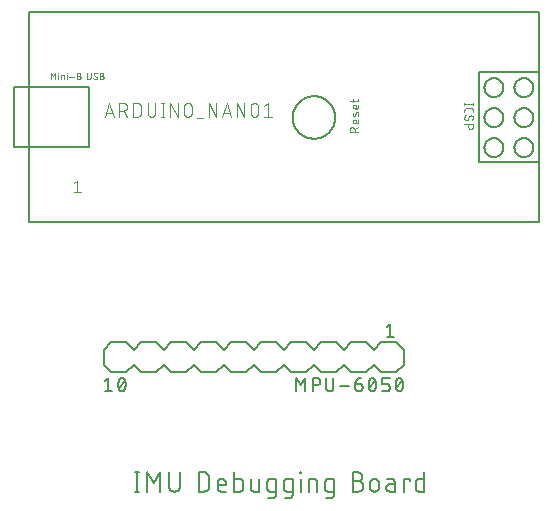
<source format=gbr>
G04 EAGLE Gerber RS-274X export*
G75*
%MOMM*%
%FSLAX34Y34*%
%LPD*%
%INSilkscreen Top*%
%IPPOS*%
%AMOC8*
5,1,8,0,0,1.08239X$1,22.5*%
G01*
%ADD10C,0.152400*%
%ADD11C,0.127000*%
%ADD12C,0.076200*%
%ADD13C,0.050800*%
%ADD14C,0.101600*%


D10*
X129568Y55118D02*
X129568Y38862D01*
X127762Y38862D02*
X131374Y38862D01*
X131374Y55118D02*
X127762Y55118D01*
X138218Y55118D02*
X138218Y38862D01*
X143636Y46087D02*
X138218Y55118D01*
X143636Y46087D02*
X149055Y55118D01*
X149055Y38862D01*
X156836Y43378D02*
X156836Y55118D01*
X156836Y43378D02*
X156838Y43245D01*
X156844Y43113D01*
X156854Y42981D01*
X156867Y42849D01*
X156885Y42717D01*
X156906Y42587D01*
X156931Y42456D01*
X156960Y42327D01*
X156993Y42199D01*
X157029Y42071D01*
X157069Y41945D01*
X157113Y41820D01*
X157161Y41696D01*
X157212Y41574D01*
X157267Y41453D01*
X157325Y41334D01*
X157387Y41216D01*
X157452Y41101D01*
X157521Y40987D01*
X157592Y40876D01*
X157668Y40767D01*
X157746Y40660D01*
X157827Y40555D01*
X157912Y40453D01*
X157999Y40353D01*
X158089Y40256D01*
X158182Y40161D01*
X158278Y40070D01*
X158376Y39981D01*
X158477Y39895D01*
X158581Y39812D01*
X158687Y39732D01*
X158795Y39656D01*
X158905Y39582D01*
X159018Y39512D01*
X159132Y39445D01*
X159249Y39382D01*
X159367Y39322D01*
X159487Y39265D01*
X159609Y39212D01*
X159732Y39163D01*
X159856Y39117D01*
X159982Y39075D01*
X160109Y39037D01*
X160237Y39002D01*
X160366Y38971D01*
X160495Y38944D01*
X160626Y38921D01*
X160757Y38901D01*
X160889Y38886D01*
X161021Y38874D01*
X161153Y38866D01*
X161286Y38862D01*
X161418Y38862D01*
X161551Y38866D01*
X161683Y38874D01*
X161815Y38886D01*
X161947Y38901D01*
X162078Y38921D01*
X162209Y38944D01*
X162338Y38971D01*
X162467Y39002D01*
X162595Y39037D01*
X162722Y39075D01*
X162848Y39117D01*
X162972Y39163D01*
X163095Y39212D01*
X163217Y39265D01*
X163337Y39322D01*
X163455Y39382D01*
X163572Y39445D01*
X163686Y39512D01*
X163799Y39582D01*
X163909Y39656D01*
X164017Y39732D01*
X164123Y39812D01*
X164227Y39895D01*
X164328Y39981D01*
X164426Y40070D01*
X164522Y40161D01*
X164615Y40256D01*
X164705Y40353D01*
X164792Y40453D01*
X164877Y40555D01*
X164958Y40660D01*
X165036Y40767D01*
X165112Y40876D01*
X165183Y40987D01*
X165252Y41101D01*
X165317Y41216D01*
X165379Y41334D01*
X165437Y41453D01*
X165492Y41574D01*
X165543Y41696D01*
X165591Y41820D01*
X165635Y41945D01*
X165675Y42071D01*
X165711Y42199D01*
X165744Y42327D01*
X165773Y42456D01*
X165798Y42587D01*
X165819Y42717D01*
X165837Y42849D01*
X165850Y42981D01*
X165860Y43113D01*
X165866Y43245D01*
X165868Y43378D01*
X165867Y43378D02*
X165867Y55118D01*
X181846Y55118D02*
X181846Y38862D01*
X181846Y55118D02*
X186362Y55118D01*
X186493Y55116D01*
X186625Y55110D01*
X186756Y55101D01*
X186886Y55087D01*
X187017Y55070D01*
X187146Y55049D01*
X187275Y55025D01*
X187403Y54996D01*
X187531Y54964D01*
X187657Y54928D01*
X187782Y54889D01*
X187907Y54846D01*
X188029Y54799D01*
X188151Y54749D01*
X188271Y54695D01*
X188389Y54638D01*
X188505Y54577D01*
X188620Y54513D01*
X188733Y54446D01*
X188844Y54375D01*
X188952Y54301D01*
X189059Y54224D01*
X189163Y54144D01*
X189265Y54061D01*
X189364Y53976D01*
X189461Y53887D01*
X189555Y53795D01*
X189647Y53701D01*
X189736Y53604D01*
X189821Y53505D01*
X189904Y53403D01*
X189984Y53299D01*
X190061Y53192D01*
X190135Y53084D01*
X190206Y52973D01*
X190273Y52860D01*
X190337Y52745D01*
X190398Y52629D01*
X190455Y52511D01*
X190509Y52391D01*
X190559Y52269D01*
X190606Y52147D01*
X190649Y52022D01*
X190688Y51897D01*
X190724Y51771D01*
X190756Y51643D01*
X190785Y51515D01*
X190809Y51386D01*
X190830Y51257D01*
X190847Y51126D01*
X190861Y50996D01*
X190870Y50865D01*
X190876Y50733D01*
X190878Y50602D01*
X190877Y50602D02*
X190877Y43378D01*
X190878Y43378D02*
X190876Y43247D01*
X190870Y43115D01*
X190861Y42984D01*
X190847Y42854D01*
X190830Y42723D01*
X190809Y42594D01*
X190785Y42465D01*
X190756Y42337D01*
X190724Y42209D01*
X190688Y42083D01*
X190649Y41958D01*
X190606Y41833D01*
X190559Y41711D01*
X190509Y41589D01*
X190455Y41469D01*
X190398Y41351D01*
X190337Y41235D01*
X190273Y41120D01*
X190206Y41007D01*
X190135Y40896D01*
X190061Y40788D01*
X189984Y40681D01*
X189904Y40577D01*
X189821Y40475D01*
X189736Y40376D01*
X189647Y40279D01*
X189555Y40185D01*
X189461Y40093D01*
X189364Y40004D01*
X189265Y39919D01*
X189163Y39836D01*
X189059Y39756D01*
X188952Y39679D01*
X188844Y39605D01*
X188733Y39534D01*
X188620Y39467D01*
X188505Y39403D01*
X188389Y39342D01*
X188271Y39285D01*
X188151Y39231D01*
X188029Y39181D01*
X187907Y39134D01*
X187782Y39091D01*
X187657Y39052D01*
X187531Y39016D01*
X187403Y38984D01*
X187275Y38955D01*
X187146Y38931D01*
X187016Y38910D01*
X186886Y38893D01*
X186756Y38879D01*
X186625Y38870D01*
X186493Y38864D01*
X186362Y38862D01*
X181846Y38862D01*
X200569Y38862D02*
X205084Y38862D01*
X200569Y38862D02*
X200468Y38864D01*
X200367Y38870D01*
X200266Y38879D01*
X200165Y38892D01*
X200065Y38909D01*
X199966Y38930D01*
X199868Y38954D01*
X199771Y38982D01*
X199674Y39014D01*
X199579Y39049D01*
X199486Y39088D01*
X199394Y39130D01*
X199303Y39176D01*
X199215Y39225D01*
X199128Y39277D01*
X199043Y39333D01*
X198960Y39391D01*
X198880Y39453D01*
X198802Y39518D01*
X198726Y39585D01*
X198653Y39655D01*
X198583Y39728D01*
X198516Y39804D01*
X198451Y39882D01*
X198389Y39962D01*
X198331Y40045D01*
X198275Y40130D01*
X198223Y40216D01*
X198174Y40305D01*
X198128Y40396D01*
X198086Y40488D01*
X198047Y40581D01*
X198012Y40676D01*
X197980Y40773D01*
X197952Y40870D01*
X197928Y40968D01*
X197907Y41067D01*
X197890Y41167D01*
X197877Y41268D01*
X197868Y41369D01*
X197862Y41470D01*
X197860Y41571D01*
X197859Y41571D02*
X197859Y46087D01*
X197860Y46087D02*
X197862Y46206D01*
X197868Y46326D01*
X197878Y46445D01*
X197892Y46563D01*
X197909Y46682D01*
X197931Y46799D01*
X197956Y46916D01*
X197986Y47031D01*
X198019Y47146D01*
X198056Y47260D01*
X198096Y47372D01*
X198141Y47483D01*
X198189Y47592D01*
X198240Y47700D01*
X198295Y47806D01*
X198354Y47910D01*
X198416Y48012D01*
X198481Y48112D01*
X198550Y48210D01*
X198622Y48306D01*
X198697Y48399D01*
X198774Y48489D01*
X198855Y48577D01*
X198939Y48662D01*
X199026Y48744D01*
X199115Y48824D01*
X199207Y48900D01*
X199301Y48974D01*
X199398Y49044D01*
X199496Y49111D01*
X199597Y49175D01*
X199701Y49235D01*
X199806Y49292D01*
X199913Y49345D01*
X200021Y49395D01*
X200131Y49441D01*
X200243Y49483D01*
X200356Y49522D01*
X200470Y49557D01*
X200585Y49588D01*
X200702Y49616D01*
X200819Y49639D01*
X200936Y49659D01*
X201055Y49675D01*
X201174Y49687D01*
X201293Y49695D01*
X201412Y49699D01*
X201532Y49699D01*
X201651Y49695D01*
X201770Y49687D01*
X201889Y49675D01*
X202008Y49659D01*
X202125Y49639D01*
X202242Y49616D01*
X202359Y49588D01*
X202474Y49557D01*
X202588Y49522D01*
X202701Y49483D01*
X202813Y49441D01*
X202923Y49395D01*
X203031Y49345D01*
X203138Y49292D01*
X203243Y49235D01*
X203347Y49175D01*
X203448Y49111D01*
X203546Y49044D01*
X203643Y48974D01*
X203737Y48900D01*
X203829Y48824D01*
X203918Y48744D01*
X204005Y48662D01*
X204089Y48577D01*
X204170Y48489D01*
X204247Y48399D01*
X204322Y48306D01*
X204394Y48210D01*
X204463Y48112D01*
X204528Y48012D01*
X204590Y47910D01*
X204649Y47806D01*
X204704Y47700D01*
X204755Y47592D01*
X204803Y47483D01*
X204848Y47372D01*
X204888Y47260D01*
X204925Y47146D01*
X204958Y47031D01*
X204988Y46916D01*
X205013Y46799D01*
X205035Y46682D01*
X205052Y46563D01*
X205066Y46445D01*
X205076Y46326D01*
X205082Y46206D01*
X205084Y46087D01*
X205084Y44281D01*
X197859Y44281D01*
X212001Y38862D02*
X212001Y55118D01*
X212001Y38862D02*
X216516Y38862D01*
X216620Y38864D01*
X216723Y38870D01*
X216827Y38880D01*
X216930Y38894D01*
X217032Y38912D01*
X217133Y38933D01*
X217234Y38959D01*
X217333Y38988D01*
X217432Y39021D01*
X217529Y39058D01*
X217624Y39099D01*
X217718Y39143D01*
X217810Y39191D01*
X217900Y39242D01*
X217989Y39297D01*
X218075Y39355D01*
X218158Y39417D01*
X218240Y39481D01*
X218318Y39549D01*
X218394Y39619D01*
X218468Y39692D01*
X218538Y39769D01*
X218606Y39847D01*
X218670Y39929D01*
X218732Y40012D01*
X218790Y40098D01*
X218845Y40187D01*
X218896Y40277D01*
X218944Y40369D01*
X218988Y40463D01*
X219029Y40558D01*
X219066Y40655D01*
X219099Y40754D01*
X219128Y40853D01*
X219154Y40954D01*
X219175Y41055D01*
X219193Y41157D01*
X219207Y41260D01*
X219217Y41364D01*
X219223Y41467D01*
X219225Y41571D01*
X219226Y41571D02*
X219226Y46990D01*
X219225Y46990D02*
X219223Y47091D01*
X219217Y47192D01*
X219208Y47293D01*
X219195Y47394D01*
X219178Y47494D01*
X219157Y47593D01*
X219133Y47691D01*
X219105Y47788D01*
X219073Y47885D01*
X219038Y47980D01*
X218999Y48073D01*
X218957Y48165D01*
X218911Y48256D01*
X218862Y48345D01*
X218810Y48431D01*
X218754Y48516D01*
X218696Y48599D01*
X218634Y48679D01*
X218569Y48757D01*
X218502Y48833D01*
X218432Y48906D01*
X218359Y48976D01*
X218283Y49043D01*
X218205Y49108D01*
X218125Y49170D01*
X218042Y49228D01*
X217957Y49284D01*
X217871Y49336D01*
X217782Y49385D01*
X217691Y49431D01*
X217599Y49473D01*
X217506Y49512D01*
X217411Y49547D01*
X217314Y49579D01*
X217217Y49607D01*
X217119Y49631D01*
X217020Y49652D01*
X216920Y49669D01*
X216819Y49682D01*
X216718Y49691D01*
X216617Y49697D01*
X216516Y49699D01*
X212001Y49699D01*
X225996Y49699D02*
X225996Y41571D01*
X225998Y41470D01*
X226004Y41369D01*
X226013Y41268D01*
X226026Y41167D01*
X226043Y41067D01*
X226064Y40968D01*
X226088Y40870D01*
X226116Y40773D01*
X226148Y40676D01*
X226183Y40581D01*
X226222Y40488D01*
X226264Y40396D01*
X226310Y40305D01*
X226359Y40216D01*
X226411Y40130D01*
X226467Y40045D01*
X226525Y39962D01*
X226587Y39882D01*
X226652Y39804D01*
X226719Y39728D01*
X226789Y39655D01*
X226862Y39585D01*
X226938Y39518D01*
X227016Y39453D01*
X227096Y39391D01*
X227179Y39333D01*
X227264Y39277D01*
X227351Y39225D01*
X227439Y39176D01*
X227530Y39130D01*
X227622Y39088D01*
X227715Y39049D01*
X227810Y39014D01*
X227907Y38982D01*
X228004Y38954D01*
X228102Y38930D01*
X228201Y38909D01*
X228301Y38892D01*
X228402Y38879D01*
X228503Y38870D01*
X228604Y38864D01*
X228705Y38862D01*
X233221Y38862D01*
X233221Y49699D01*
X242700Y38862D02*
X247215Y38862D01*
X242700Y38862D02*
X242599Y38864D01*
X242498Y38870D01*
X242397Y38879D01*
X242296Y38892D01*
X242196Y38909D01*
X242097Y38930D01*
X241999Y38954D01*
X241902Y38982D01*
X241805Y39014D01*
X241710Y39049D01*
X241617Y39088D01*
X241525Y39130D01*
X241434Y39176D01*
X241346Y39225D01*
X241259Y39277D01*
X241174Y39333D01*
X241091Y39391D01*
X241011Y39453D01*
X240933Y39518D01*
X240857Y39585D01*
X240784Y39655D01*
X240714Y39728D01*
X240647Y39804D01*
X240582Y39882D01*
X240520Y39962D01*
X240462Y40045D01*
X240406Y40130D01*
X240354Y40216D01*
X240305Y40305D01*
X240259Y40396D01*
X240217Y40488D01*
X240178Y40581D01*
X240143Y40676D01*
X240111Y40773D01*
X240083Y40870D01*
X240059Y40968D01*
X240038Y41067D01*
X240021Y41167D01*
X240008Y41268D01*
X239999Y41369D01*
X239993Y41470D01*
X239991Y41571D01*
X239990Y41571D02*
X239990Y46990D01*
X239991Y46990D02*
X239993Y47091D01*
X239999Y47192D01*
X240008Y47293D01*
X240021Y47394D01*
X240038Y47494D01*
X240059Y47593D01*
X240083Y47691D01*
X240111Y47788D01*
X240143Y47885D01*
X240178Y47980D01*
X240217Y48073D01*
X240259Y48165D01*
X240305Y48256D01*
X240354Y48345D01*
X240406Y48431D01*
X240462Y48516D01*
X240520Y48599D01*
X240582Y48679D01*
X240647Y48757D01*
X240714Y48833D01*
X240784Y48906D01*
X240857Y48976D01*
X240933Y49043D01*
X241011Y49108D01*
X241091Y49170D01*
X241174Y49228D01*
X241259Y49284D01*
X241346Y49336D01*
X241434Y49385D01*
X241525Y49431D01*
X241617Y49473D01*
X241710Y49512D01*
X241805Y49547D01*
X241902Y49579D01*
X241999Y49607D01*
X242097Y49631D01*
X242196Y49652D01*
X242296Y49669D01*
X242397Y49682D01*
X242498Y49691D01*
X242599Y49697D01*
X242700Y49699D01*
X247215Y49699D01*
X247215Y36153D01*
X247213Y36049D01*
X247207Y35946D01*
X247197Y35842D01*
X247183Y35739D01*
X247165Y35637D01*
X247144Y35536D01*
X247118Y35435D01*
X247089Y35336D01*
X247056Y35237D01*
X247019Y35140D01*
X246978Y35045D01*
X246934Y34951D01*
X246886Y34859D01*
X246835Y34769D01*
X246780Y34680D01*
X246722Y34594D01*
X246660Y34511D01*
X246596Y34429D01*
X246528Y34351D01*
X246458Y34275D01*
X246385Y34201D01*
X246308Y34131D01*
X246230Y34063D01*
X246148Y33999D01*
X246065Y33937D01*
X245979Y33879D01*
X245890Y33824D01*
X245800Y33773D01*
X245708Y33725D01*
X245614Y33681D01*
X245519Y33640D01*
X245422Y33603D01*
X245323Y33570D01*
X245224Y33541D01*
X245123Y33515D01*
X245022Y33494D01*
X244920Y33476D01*
X244817Y33462D01*
X244713Y33452D01*
X244610Y33446D01*
X244506Y33444D01*
X244506Y33443D02*
X240894Y33443D01*
X256768Y38862D02*
X261283Y38862D01*
X256768Y38862D02*
X256667Y38864D01*
X256566Y38870D01*
X256465Y38879D01*
X256364Y38892D01*
X256264Y38909D01*
X256165Y38930D01*
X256067Y38954D01*
X255970Y38982D01*
X255873Y39014D01*
X255778Y39049D01*
X255685Y39088D01*
X255593Y39130D01*
X255502Y39176D01*
X255414Y39225D01*
X255327Y39277D01*
X255242Y39333D01*
X255159Y39391D01*
X255079Y39453D01*
X255001Y39518D01*
X254925Y39585D01*
X254852Y39655D01*
X254782Y39728D01*
X254715Y39804D01*
X254650Y39882D01*
X254588Y39962D01*
X254530Y40045D01*
X254474Y40130D01*
X254422Y40216D01*
X254373Y40305D01*
X254327Y40396D01*
X254285Y40488D01*
X254246Y40581D01*
X254211Y40676D01*
X254179Y40773D01*
X254151Y40870D01*
X254127Y40968D01*
X254106Y41067D01*
X254089Y41167D01*
X254076Y41268D01*
X254067Y41369D01*
X254061Y41470D01*
X254059Y41571D01*
X254059Y46990D01*
X254061Y47091D01*
X254067Y47192D01*
X254076Y47293D01*
X254089Y47394D01*
X254106Y47494D01*
X254127Y47593D01*
X254151Y47691D01*
X254179Y47788D01*
X254211Y47885D01*
X254246Y47980D01*
X254285Y48073D01*
X254327Y48165D01*
X254373Y48256D01*
X254422Y48345D01*
X254474Y48431D01*
X254530Y48516D01*
X254588Y48599D01*
X254650Y48679D01*
X254715Y48757D01*
X254782Y48833D01*
X254852Y48906D01*
X254925Y48976D01*
X255001Y49043D01*
X255079Y49108D01*
X255159Y49170D01*
X255242Y49228D01*
X255327Y49284D01*
X255414Y49336D01*
X255502Y49385D01*
X255593Y49431D01*
X255685Y49473D01*
X255778Y49512D01*
X255873Y49547D01*
X255970Y49579D01*
X256067Y49607D01*
X256165Y49631D01*
X256264Y49652D01*
X256364Y49669D01*
X256465Y49682D01*
X256566Y49691D01*
X256667Y49697D01*
X256768Y49699D01*
X261283Y49699D01*
X261283Y36153D01*
X261281Y36049D01*
X261275Y35946D01*
X261265Y35842D01*
X261251Y35739D01*
X261233Y35637D01*
X261212Y35536D01*
X261186Y35435D01*
X261157Y35336D01*
X261124Y35237D01*
X261087Y35140D01*
X261046Y35045D01*
X261002Y34951D01*
X260954Y34859D01*
X260903Y34769D01*
X260848Y34680D01*
X260790Y34594D01*
X260728Y34511D01*
X260664Y34429D01*
X260596Y34351D01*
X260526Y34275D01*
X260453Y34201D01*
X260376Y34131D01*
X260298Y34063D01*
X260216Y33999D01*
X260133Y33937D01*
X260047Y33879D01*
X259958Y33824D01*
X259868Y33773D01*
X259776Y33725D01*
X259682Y33681D01*
X259587Y33640D01*
X259490Y33603D01*
X259391Y33570D01*
X259292Y33541D01*
X259191Y33515D01*
X259090Y33494D01*
X258988Y33476D01*
X258885Y33462D01*
X258781Y33452D01*
X258678Y33446D01*
X258574Y33444D01*
X258574Y33443D02*
X254962Y33443D01*
X268165Y38862D02*
X268165Y49699D01*
X267714Y54215D02*
X267714Y55118D01*
X268617Y55118D01*
X268617Y54215D01*
X267714Y54215D01*
X274973Y49699D02*
X274973Y38862D01*
X274973Y49699D02*
X279489Y49699D01*
X279593Y49697D01*
X279696Y49691D01*
X279800Y49681D01*
X279903Y49667D01*
X280005Y49649D01*
X280106Y49628D01*
X280207Y49602D01*
X280306Y49573D01*
X280405Y49540D01*
X280502Y49503D01*
X280597Y49462D01*
X280691Y49418D01*
X280783Y49370D01*
X280873Y49319D01*
X280962Y49264D01*
X281048Y49206D01*
X281131Y49144D01*
X281213Y49080D01*
X281291Y49012D01*
X281367Y48942D01*
X281441Y48869D01*
X281511Y48792D01*
X281579Y48714D01*
X281643Y48632D01*
X281705Y48549D01*
X281763Y48463D01*
X281818Y48374D01*
X281869Y48284D01*
X281917Y48192D01*
X281961Y48098D01*
X282002Y48003D01*
X282039Y47906D01*
X282072Y47807D01*
X282101Y47708D01*
X282127Y47607D01*
X282148Y47506D01*
X282166Y47404D01*
X282180Y47301D01*
X282190Y47197D01*
X282196Y47094D01*
X282198Y46990D01*
X282198Y38862D01*
X291678Y38862D02*
X296193Y38862D01*
X291678Y38862D02*
X291577Y38864D01*
X291476Y38870D01*
X291375Y38879D01*
X291274Y38892D01*
X291174Y38909D01*
X291075Y38930D01*
X290977Y38954D01*
X290880Y38982D01*
X290783Y39014D01*
X290688Y39049D01*
X290595Y39088D01*
X290503Y39130D01*
X290412Y39176D01*
X290324Y39225D01*
X290237Y39277D01*
X290152Y39333D01*
X290069Y39391D01*
X289989Y39453D01*
X289911Y39518D01*
X289835Y39585D01*
X289762Y39655D01*
X289692Y39728D01*
X289625Y39804D01*
X289560Y39882D01*
X289498Y39962D01*
X289440Y40045D01*
X289384Y40130D01*
X289332Y40216D01*
X289283Y40305D01*
X289237Y40396D01*
X289195Y40488D01*
X289156Y40581D01*
X289121Y40676D01*
X289089Y40773D01*
X289061Y40870D01*
X289037Y40968D01*
X289016Y41067D01*
X288999Y41167D01*
X288986Y41268D01*
X288977Y41369D01*
X288971Y41470D01*
X288969Y41571D01*
X288968Y41571D02*
X288968Y46990D01*
X288969Y46990D02*
X288971Y47091D01*
X288977Y47192D01*
X288986Y47293D01*
X288999Y47394D01*
X289016Y47494D01*
X289037Y47593D01*
X289061Y47691D01*
X289089Y47788D01*
X289121Y47885D01*
X289156Y47980D01*
X289195Y48073D01*
X289237Y48165D01*
X289283Y48256D01*
X289332Y48345D01*
X289384Y48431D01*
X289440Y48516D01*
X289498Y48599D01*
X289560Y48679D01*
X289625Y48757D01*
X289692Y48833D01*
X289762Y48906D01*
X289835Y48976D01*
X289911Y49043D01*
X289989Y49108D01*
X290069Y49170D01*
X290152Y49228D01*
X290237Y49284D01*
X290324Y49336D01*
X290412Y49385D01*
X290503Y49431D01*
X290595Y49473D01*
X290688Y49512D01*
X290783Y49547D01*
X290880Y49579D01*
X290977Y49607D01*
X291075Y49631D01*
X291174Y49652D01*
X291274Y49669D01*
X291375Y49682D01*
X291476Y49691D01*
X291577Y49697D01*
X291678Y49699D01*
X296193Y49699D01*
X296193Y36153D01*
X296191Y36049D01*
X296185Y35946D01*
X296175Y35842D01*
X296161Y35739D01*
X296143Y35637D01*
X296122Y35536D01*
X296096Y35435D01*
X296067Y35336D01*
X296034Y35237D01*
X295997Y35140D01*
X295956Y35045D01*
X295912Y34951D01*
X295864Y34859D01*
X295813Y34769D01*
X295758Y34680D01*
X295700Y34594D01*
X295638Y34511D01*
X295574Y34429D01*
X295506Y34351D01*
X295436Y34275D01*
X295363Y34201D01*
X295286Y34131D01*
X295208Y34063D01*
X295126Y33999D01*
X295043Y33937D01*
X294957Y33879D01*
X294868Y33824D01*
X294778Y33773D01*
X294686Y33725D01*
X294592Y33681D01*
X294497Y33640D01*
X294400Y33603D01*
X294301Y33570D01*
X294202Y33541D01*
X294101Y33515D01*
X294000Y33494D01*
X293898Y33476D01*
X293795Y33462D01*
X293691Y33452D01*
X293588Y33446D01*
X293484Y33444D01*
X293484Y33443D02*
X289871Y33443D01*
X312317Y47893D02*
X316833Y47893D01*
X316833Y47894D02*
X316966Y47892D01*
X317098Y47886D01*
X317230Y47876D01*
X317362Y47863D01*
X317494Y47845D01*
X317624Y47824D01*
X317755Y47799D01*
X317884Y47770D01*
X318012Y47737D01*
X318140Y47701D01*
X318266Y47661D01*
X318391Y47617D01*
X318515Y47569D01*
X318637Y47518D01*
X318758Y47463D01*
X318877Y47405D01*
X318995Y47343D01*
X319110Y47278D01*
X319224Y47209D01*
X319335Y47138D01*
X319444Y47062D01*
X319551Y46984D01*
X319656Y46903D01*
X319758Y46818D01*
X319858Y46731D01*
X319955Y46641D01*
X320050Y46548D01*
X320141Y46452D01*
X320230Y46354D01*
X320316Y46253D01*
X320399Y46149D01*
X320479Y46043D01*
X320555Y45935D01*
X320629Y45825D01*
X320699Y45712D01*
X320766Y45598D01*
X320829Y45481D01*
X320889Y45363D01*
X320946Y45243D01*
X320999Y45121D01*
X321048Y44998D01*
X321094Y44874D01*
X321136Y44748D01*
X321174Y44621D01*
X321209Y44493D01*
X321240Y44364D01*
X321267Y44235D01*
X321290Y44104D01*
X321310Y43973D01*
X321325Y43841D01*
X321337Y43709D01*
X321345Y43577D01*
X321349Y43444D01*
X321349Y43312D01*
X321345Y43179D01*
X321337Y43047D01*
X321325Y42915D01*
X321310Y42783D01*
X321290Y42652D01*
X321267Y42521D01*
X321240Y42392D01*
X321209Y42263D01*
X321174Y42135D01*
X321136Y42008D01*
X321094Y41882D01*
X321048Y41758D01*
X320999Y41635D01*
X320946Y41513D01*
X320889Y41393D01*
X320829Y41275D01*
X320766Y41158D01*
X320699Y41044D01*
X320629Y40931D01*
X320555Y40821D01*
X320479Y40713D01*
X320399Y40607D01*
X320316Y40503D01*
X320230Y40402D01*
X320141Y40304D01*
X320050Y40208D01*
X319955Y40115D01*
X319858Y40025D01*
X319758Y39938D01*
X319656Y39853D01*
X319551Y39772D01*
X319444Y39694D01*
X319335Y39618D01*
X319224Y39547D01*
X319110Y39478D01*
X318995Y39413D01*
X318877Y39351D01*
X318758Y39293D01*
X318637Y39238D01*
X318515Y39187D01*
X318391Y39139D01*
X318266Y39095D01*
X318140Y39055D01*
X318012Y39019D01*
X317884Y38986D01*
X317755Y38957D01*
X317624Y38932D01*
X317494Y38911D01*
X317362Y38893D01*
X317230Y38880D01*
X317098Y38870D01*
X316966Y38864D01*
X316833Y38862D01*
X312317Y38862D01*
X312317Y55118D01*
X316833Y55118D01*
X316952Y55116D01*
X317072Y55110D01*
X317191Y55100D01*
X317309Y55086D01*
X317428Y55069D01*
X317545Y55047D01*
X317662Y55022D01*
X317777Y54992D01*
X317892Y54959D01*
X318006Y54922D01*
X318118Y54882D01*
X318229Y54837D01*
X318338Y54789D01*
X318446Y54738D01*
X318552Y54683D01*
X318656Y54624D01*
X318758Y54562D01*
X318858Y54497D01*
X318956Y54428D01*
X319052Y54356D01*
X319145Y54281D01*
X319235Y54204D01*
X319323Y54123D01*
X319408Y54039D01*
X319490Y53952D01*
X319570Y53863D01*
X319646Y53771D01*
X319720Y53677D01*
X319790Y53580D01*
X319857Y53482D01*
X319921Y53381D01*
X319981Y53277D01*
X320038Y53172D01*
X320091Y53065D01*
X320141Y52957D01*
X320187Y52847D01*
X320229Y52735D01*
X320268Y52622D01*
X320303Y52508D01*
X320334Y52393D01*
X320362Y52276D01*
X320385Y52159D01*
X320405Y52042D01*
X320421Y51923D01*
X320433Y51804D01*
X320441Y51685D01*
X320445Y51566D01*
X320445Y51446D01*
X320441Y51327D01*
X320433Y51208D01*
X320421Y51089D01*
X320405Y50970D01*
X320385Y50853D01*
X320362Y50736D01*
X320334Y50619D01*
X320303Y50504D01*
X320268Y50390D01*
X320229Y50277D01*
X320187Y50165D01*
X320141Y50055D01*
X320091Y49947D01*
X320038Y49840D01*
X319981Y49735D01*
X319921Y49631D01*
X319857Y49530D01*
X319790Y49432D01*
X319720Y49335D01*
X319646Y49241D01*
X319570Y49149D01*
X319490Y49060D01*
X319408Y48973D01*
X319323Y48889D01*
X319235Y48808D01*
X319145Y48731D01*
X319052Y48656D01*
X318956Y48584D01*
X318858Y48515D01*
X318758Y48450D01*
X318656Y48388D01*
X318552Y48329D01*
X318446Y48274D01*
X318338Y48223D01*
X318229Y48175D01*
X318118Y48130D01*
X318006Y48090D01*
X317892Y48053D01*
X317777Y48020D01*
X317662Y47990D01*
X317545Y47965D01*
X317428Y47943D01*
X317309Y47926D01*
X317191Y47912D01*
X317072Y47902D01*
X316952Y47896D01*
X316833Y47894D01*
X327078Y46087D02*
X327078Y42474D01*
X327078Y46087D02*
X327080Y46206D01*
X327086Y46326D01*
X327096Y46445D01*
X327110Y46563D01*
X327127Y46682D01*
X327149Y46799D01*
X327174Y46916D01*
X327204Y47031D01*
X327237Y47146D01*
X327274Y47260D01*
X327314Y47372D01*
X327359Y47483D01*
X327407Y47592D01*
X327458Y47700D01*
X327513Y47806D01*
X327572Y47910D01*
X327634Y48012D01*
X327699Y48112D01*
X327768Y48210D01*
X327840Y48306D01*
X327915Y48399D01*
X327992Y48489D01*
X328073Y48577D01*
X328157Y48662D01*
X328244Y48744D01*
X328333Y48824D01*
X328425Y48900D01*
X328519Y48974D01*
X328616Y49044D01*
X328714Y49111D01*
X328815Y49175D01*
X328919Y49235D01*
X329024Y49292D01*
X329131Y49345D01*
X329239Y49395D01*
X329349Y49441D01*
X329461Y49483D01*
X329574Y49522D01*
X329688Y49557D01*
X329803Y49588D01*
X329920Y49616D01*
X330037Y49639D01*
X330154Y49659D01*
X330273Y49675D01*
X330392Y49687D01*
X330511Y49695D01*
X330630Y49699D01*
X330750Y49699D01*
X330869Y49695D01*
X330988Y49687D01*
X331107Y49675D01*
X331226Y49659D01*
X331343Y49639D01*
X331460Y49616D01*
X331577Y49588D01*
X331692Y49557D01*
X331806Y49522D01*
X331919Y49483D01*
X332031Y49441D01*
X332141Y49395D01*
X332249Y49345D01*
X332356Y49292D01*
X332461Y49235D01*
X332565Y49175D01*
X332666Y49111D01*
X332764Y49044D01*
X332861Y48974D01*
X332955Y48900D01*
X333047Y48824D01*
X333136Y48744D01*
X333223Y48662D01*
X333307Y48577D01*
X333388Y48489D01*
X333465Y48399D01*
X333540Y48306D01*
X333612Y48210D01*
X333681Y48112D01*
X333746Y48012D01*
X333808Y47910D01*
X333867Y47806D01*
X333922Y47700D01*
X333973Y47592D01*
X334021Y47483D01*
X334066Y47372D01*
X334106Y47260D01*
X334143Y47146D01*
X334176Y47031D01*
X334206Y46916D01*
X334231Y46799D01*
X334253Y46682D01*
X334270Y46563D01*
X334284Y46445D01*
X334294Y46326D01*
X334300Y46206D01*
X334302Y46087D01*
X334302Y42474D01*
X334300Y42355D01*
X334294Y42235D01*
X334284Y42116D01*
X334270Y41998D01*
X334253Y41879D01*
X334231Y41762D01*
X334206Y41645D01*
X334176Y41530D01*
X334143Y41415D01*
X334106Y41301D01*
X334066Y41189D01*
X334021Y41078D01*
X333973Y40969D01*
X333922Y40861D01*
X333867Y40755D01*
X333808Y40651D01*
X333746Y40549D01*
X333681Y40449D01*
X333612Y40351D01*
X333540Y40255D01*
X333465Y40162D01*
X333388Y40072D01*
X333307Y39984D01*
X333223Y39899D01*
X333136Y39817D01*
X333047Y39737D01*
X332955Y39661D01*
X332861Y39587D01*
X332764Y39517D01*
X332666Y39450D01*
X332565Y39386D01*
X332461Y39326D01*
X332356Y39269D01*
X332249Y39216D01*
X332141Y39166D01*
X332031Y39120D01*
X331919Y39078D01*
X331806Y39039D01*
X331692Y39004D01*
X331577Y38973D01*
X331460Y38945D01*
X331343Y38922D01*
X331226Y38902D01*
X331107Y38886D01*
X330988Y38874D01*
X330869Y38866D01*
X330750Y38862D01*
X330630Y38862D01*
X330511Y38866D01*
X330392Y38874D01*
X330273Y38886D01*
X330154Y38902D01*
X330037Y38922D01*
X329920Y38945D01*
X329803Y38973D01*
X329688Y39004D01*
X329574Y39039D01*
X329461Y39078D01*
X329349Y39120D01*
X329239Y39166D01*
X329131Y39216D01*
X329024Y39269D01*
X328919Y39326D01*
X328815Y39386D01*
X328714Y39450D01*
X328616Y39517D01*
X328519Y39587D01*
X328425Y39661D01*
X328333Y39737D01*
X328244Y39817D01*
X328157Y39899D01*
X328073Y39984D01*
X327992Y40072D01*
X327915Y40162D01*
X327840Y40255D01*
X327768Y40351D01*
X327699Y40449D01*
X327634Y40549D01*
X327572Y40651D01*
X327513Y40755D01*
X327458Y40861D01*
X327407Y40969D01*
X327359Y41078D01*
X327314Y41189D01*
X327274Y41301D01*
X327237Y41415D01*
X327204Y41530D01*
X327174Y41645D01*
X327149Y41762D01*
X327127Y41879D01*
X327110Y41998D01*
X327096Y42116D01*
X327086Y42235D01*
X327080Y42355D01*
X327078Y42474D01*
X343712Y45184D02*
X347776Y45184D01*
X343712Y45184D02*
X343600Y45182D01*
X343489Y45176D01*
X343378Y45166D01*
X343267Y45153D01*
X343157Y45135D01*
X343048Y45113D01*
X342939Y45088D01*
X342831Y45059D01*
X342725Y45026D01*
X342619Y44989D01*
X342515Y44949D01*
X342413Y44905D01*
X342312Y44857D01*
X342213Y44806D01*
X342115Y44751D01*
X342020Y44693D01*
X341927Y44632D01*
X341836Y44567D01*
X341747Y44499D01*
X341661Y44428D01*
X341578Y44355D01*
X341497Y44278D01*
X341418Y44198D01*
X341343Y44116D01*
X341271Y44031D01*
X341201Y43944D01*
X341135Y43854D01*
X341072Y43762D01*
X341012Y43667D01*
X340956Y43571D01*
X340903Y43473D01*
X340854Y43373D01*
X340808Y43271D01*
X340766Y43168D01*
X340727Y43063D01*
X340692Y42957D01*
X340661Y42850D01*
X340634Y42742D01*
X340610Y42633D01*
X340591Y42523D01*
X340575Y42413D01*
X340563Y42302D01*
X340555Y42190D01*
X340551Y42079D01*
X340551Y41967D01*
X340555Y41856D01*
X340563Y41744D01*
X340575Y41633D01*
X340591Y41523D01*
X340610Y41413D01*
X340634Y41304D01*
X340661Y41196D01*
X340692Y41089D01*
X340727Y40983D01*
X340766Y40878D01*
X340808Y40775D01*
X340854Y40673D01*
X340903Y40573D01*
X340956Y40475D01*
X341012Y40379D01*
X341072Y40284D01*
X341135Y40192D01*
X341201Y40102D01*
X341271Y40015D01*
X341343Y39930D01*
X341418Y39848D01*
X341497Y39768D01*
X341578Y39691D01*
X341661Y39618D01*
X341747Y39547D01*
X341836Y39479D01*
X341927Y39414D01*
X342020Y39353D01*
X342115Y39295D01*
X342213Y39240D01*
X342312Y39189D01*
X342413Y39141D01*
X342515Y39097D01*
X342619Y39057D01*
X342725Y39020D01*
X342831Y38987D01*
X342939Y38958D01*
X343048Y38933D01*
X343157Y38911D01*
X343267Y38893D01*
X343378Y38880D01*
X343489Y38870D01*
X343600Y38864D01*
X343712Y38862D01*
X347776Y38862D01*
X347776Y46990D01*
X347774Y47091D01*
X347768Y47192D01*
X347759Y47293D01*
X347746Y47394D01*
X347729Y47494D01*
X347708Y47593D01*
X347684Y47691D01*
X347656Y47788D01*
X347624Y47885D01*
X347589Y47980D01*
X347550Y48073D01*
X347508Y48165D01*
X347462Y48256D01*
X347413Y48345D01*
X347361Y48431D01*
X347305Y48516D01*
X347247Y48599D01*
X347185Y48679D01*
X347120Y48757D01*
X347053Y48833D01*
X346983Y48906D01*
X346910Y48976D01*
X346834Y49043D01*
X346756Y49108D01*
X346676Y49170D01*
X346593Y49228D01*
X346508Y49284D01*
X346422Y49336D01*
X346333Y49385D01*
X346242Y49431D01*
X346150Y49473D01*
X346057Y49512D01*
X345962Y49547D01*
X345865Y49579D01*
X345768Y49607D01*
X345670Y49631D01*
X345571Y49652D01*
X345471Y49669D01*
X345370Y49682D01*
X345269Y49691D01*
X345168Y49697D01*
X345067Y49699D01*
X341454Y49699D01*
X355299Y49699D02*
X355299Y38862D01*
X355299Y49699D02*
X360717Y49699D01*
X360717Y47893D01*
X372786Y55118D02*
X372786Y38862D01*
X368271Y38862D01*
X368170Y38864D01*
X368069Y38870D01*
X367968Y38879D01*
X367867Y38892D01*
X367767Y38909D01*
X367668Y38930D01*
X367570Y38954D01*
X367473Y38982D01*
X367376Y39014D01*
X367281Y39049D01*
X367188Y39088D01*
X367096Y39130D01*
X367005Y39176D01*
X366917Y39225D01*
X366830Y39277D01*
X366745Y39333D01*
X366662Y39391D01*
X366582Y39453D01*
X366504Y39518D01*
X366428Y39585D01*
X366355Y39655D01*
X366285Y39728D01*
X366218Y39804D01*
X366153Y39882D01*
X366091Y39962D01*
X366033Y40045D01*
X365977Y40130D01*
X365925Y40216D01*
X365876Y40305D01*
X365830Y40396D01*
X365788Y40488D01*
X365749Y40581D01*
X365714Y40676D01*
X365682Y40773D01*
X365654Y40870D01*
X365630Y40968D01*
X365609Y41067D01*
X365592Y41167D01*
X365579Y41268D01*
X365570Y41369D01*
X365564Y41470D01*
X365562Y41571D01*
X365561Y41571D02*
X365561Y46990D01*
X365562Y46990D02*
X365564Y47091D01*
X365570Y47192D01*
X365579Y47293D01*
X365592Y47394D01*
X365609Y47494D01*
X365630Y47593D01*
X365654Y47691D01*
X365682Y47788D01*
X365714Y47885D01*
X365749Y47980D01*
X365788Y48073D01*
X365830Y48165D01*
X365876Y48256D01*
X365925Y48345D01*
X365977Y48431D01*
X366033Y48516D01*
X366091Y48599D01*
X366153Y48679D01*
X366218Y48757D01*
X366285Y48833D01*
X366355Y48906D01*
X366428Y48976D01*
X366504Y49043D01*
X366582Y49108D01*
X366662Y49170D01*
X366745Y49228D01*
X366830Y49284D01*
X366917Y49336D01*
X367005Y49385D01*
X367096Y49431D01*
X367188Y49473D01*
X367281Y49512D01*
X367376Y49547D01*
X367473Y49579D01*
X367570Y49607D01*
X367668Y49631D01*
X367767Y49652D01*
X367867Y49669D01*
X367968Y49682D01*
X368069Y49691D01*
X368170Y49697D01*
X368271Y49699D01*
X372786Y49699D01*
D11*
X469900Y444500D02*
X38100Y444500D01*
X469900Y444500D02*
X469900Y393700D01*
X469900Y317500D01*
X469900Y266700D01*
X38100Y266700D01*
X38100Y381000D01*
X38100Y444500D01*
X38100Y381000D02*
X25400Y381000D01*
X25400Y330200D01*
X88900Y330200D02*
X88900Y381000D01*
X38100Y381000D01*
X25400Y330200D02*
X88900Y330200D01*
X261439Y355600D02*
X261444Y356041D01*
X261461Y356481D01*
X261488Y356921D01*
X261525Y357360D01*
X261574Y357799D01*
X261633Y358235D01*
X261703Y358671D01*
X261784Y359104D01*
X261875Y359535D01*
X261977Y359964D01*
X262090Y360390D01*
X262212Y360814D01*
X262346Y361234D01*
X262489Y361651D01*
X262643Y362064D01*
X262806Y362473D01*
X262980Y362879D01*
X263163Y363279D01*
X263357Y363675D01*
X263560Y364067D01*
X263772Y364453D01*
X263994Y364834D01*
X264226Y365209D01*
X264466Y365579D01*
X264715Y365942D01*
X264974Y366299D01*
X265241Y366650D01*
X265516Y366994D01*
X265800Y367332D01*
X266092Y367662D01*
X266392Y367985D01*
X266700Y368300D01*
X267015Y368608D01*
X267338Y368908D01*
X267668Y369200D01*
X268006Y369484D01*
X268350Y369759D01*
X268701Y370026D01*
X269058Y370285D01*
X269421Y370534D01*
X269791Y370774D01*
X270166Y371006D01*
X270547Y371228D01*
X270933Y371440D01*
X271325Y371643D01*
X271721Y371837D01*
X272121Y372020D01*
X272527Y372194D01*
X272936Y372357D01*
X273349Y372511D01*
X273766Y372654D01*
X274186Y372788D01*
X274610Y372910D01*
X275036Y373023D01*
X275465Y373125D01*
X275896Y373216D01*
X276329Y373297D01*
X276765Y373367D01*
X277201Y373426D01*
X277640Y373475D01*
X278079Y373512D01*
X278519Y373539D01*
X278959Y373556D01*
X279400Y373561D01*
X279841Y373556D01*
X280281Y373539D01*
X280721Y373512D01*
X281160Y373475D01*
X281599Y373426D01*
X282035Y373367D01*
X282471Y373297D01*
X282904Y373216D01*
X283335Y373125D01*
X283764Y373023D01*
X284190Y372910D01*
X284614Y372788D01*
X285034Y372654D01*
X285451Y372511D01*
X285864Y372357D01*
X286273Y372194D01*
X286679Y372020D01*
X287079Y371837D01*
X287475Y371643D01*
X287867Y371440D01*
X288253Y371228D01*
X288634Y371006D01*
X289009Y370774D01*
X289379Y370534D01*
X289742Y370285D01*
X290099Y370026D01*
X290450Y369759D01*
X290794Y369484D01*
X291132Y369200D01*
X291462Y368908D01*
X291785Y368608D01*
X292100Y368300D01*
X292408Y367985D01*
X292708Y367662D01*
X293000Y367332D01*
X293284Y366994D01*
X293559Y366650D01*
X293826Y366299D01*
X294085Y365942D01*
X294334Y365579D01*
X294574Y365209D01*
X294806Y364834D01*
X295028Y364453D01*
X295240Y364067D01*
X295443Y363675D01*
X295637Y363279D01*
X295820Y362879D01*
X295994Y362473D01*
X296157Y362064D01*
X296311Y361651D01*
X296454Y361234D01*
X296588Y360814D01*
X296710Y360390D01*
X296823Y359964D01*
X296925Y359535D01*
X297016Y359104D01*
X297097Y358671D01*
X297167Y358235D01*
X297226Y357799D01*
X297275Y357360D01*
X297312Y356921D01*
X297339Y356481D01*
X297356Y356041D01*
X297361Y355600D01*
X297356Y355159D01*
X297339Y354719D01*
X297312Y354279D01*
X297275Y353840D01*
X297226Y353401D01*
X297167Y352965D01*
X297097Y352529D01*
X297016Y352096D01*
X296925Y351665D01*
X296823Y351236D01*
X296710Y350810D01*
X296588Y350386D01*
X296454Y349966D01*
X296311Y349549D01*
X296157Y349136D01*
X295994Y348727D01*
X295820Y348321D01*
X295637Y347921D01*
X295443Y347525D01*
X295240Y347133D01*
X295028Y346747D01*
X294806Y346366D01*
X294574Y345991D01*
X294334Y345621D01*
X294085Y345258D01*
X293826Y344901D01*
X293559Y344550D01*
X293284Y344206D01*
X293000Y343868D01*
X292708Y343538D01*
X292408Y343215D01*
X292100Y342900D01*
X291785Y342592D01*
X291462Y342292D01*
X291132Y342000D01*
X290794Y341716D01*
X290450Y341441D01*
X290099Y341174D01*
X289742Y340915D01*
X289379Y340666D01*
X289009Y340426D01*
X288634Y340194D01*
X288253Y339972D01*
X287867Y339760D01*
X287475Y339557D01*
X287079Y339363D01*
X286679Y339180D01*
X286273Y339006D01*
X285864Y338843D01*
X285451Y338689D01*
X285034Y338546D01*
X284614Y338412D01*
X284190Y338290D01*
X283764Y338177D01*
X283335Y338075D01*
X282904Y337984D01*
X282471Y337903D01*
X282035Y337833D01*
X281599Y337774D01*
X281160Y337725D01*
X280721Y337688D01*
X280281Y337661D01*
X279841Y337644D01*
X279400Y337639D01*
X278959Y337644D01*
X278519Y337661D01*
X278079Y337688D01*
X277640Y337725D01*
X277201Y337774D01*
X276765Y337833D01*
X276329Y337903D01*
X275896Y337984D01*
X275465Y338075D01*
X275036Y338177D01*
X274610Y338290D01*
X274186Y338412D01*
X273766Y338546D01*
X273349Y338689D01*
X272936Y338843D01*
X272527Y339006D01*
X272121Y339180D01*
X271721Y339363D01*
X271325Y339557D01*
X270933Y339760D01*
X270547Y339972D01*
X270166Y340194D01*
X269791Y340426D01*
X269421Y340666D01*
X269058Y340915D01*
X268701Y341174D01*
X268350Y341441D01*
X268006Y341716D01*
X267668Y342000D01*
X267338Y342292D01*
X267015Y342592D01*
X266700Y342900D01*
X266392Y343215D01*
X266092Y343538D01*
X265800Y343868D01*
X265516Y344206D01*
X265241Y344550D01*
X264974Y344901D01*
X264715Y345258D01*
X264466Y345621D01*
X264226Y345991D01*
X263994Y346366D01*
X263772Y346747D01*
X263560Y347133D01*
X263357Y347525D01*
X263163Y347921D01*
X262980Y348321D01*
X262806Y348727D01*
X262643Y349136D01*
X262489Y349549D01*
X262346Y349966D01*
X262212Y350386D01*
X262090Y350810D01*
X261977Y351236D01*
X261875Y351665D01*
X261784Y352096D01*
X261703Y352529D01*
X261633Y352965D01*
X261574Y353401D01*
X261525Y353840D01*
X261488Y354279D01*
X261461Y354719D01*
X261444Y355159D01*
X261439Y355600D01*
D12*
X309753Y343281D02*
X317119Y343281D01*
X309753Y343281D02*
X309753Y345327D01*
X309755Y345416D01*
X309761Y345505D01*
X309771Y345594D01*
X309784Y345682D01*
X309801Y345770D01*
X309823Y345857D01*
X309848Y345942D01*
X309876Y346027D01*
X309909Y346110D01*
X309945Y346192D01*
X309984Y346272D01*
X310027Y346350D01*
X310073Y346426D01*
X310123Y346501D01*
X310176Y346573D01*
X310232Y346642D01*
X310291Y346709D01*
X310352Y346774D01*
X310417Y346835D01*
X310484Y346894D01*
X310553Y346950D01*
X310625Y347003D01*
X310700Y347053D01*
X310776Y347099D01*
X310854Y347142D01*
X310934Y347181D01*
X311016Y347217D01*
X311099Y347250D01*
X311184Y347278D01*
X311269Y347303D01*
X311356Y347325D01*
X311444Y347342D01*
X311532Y347355D01*
X311621Y347365D01*
X311710Y347371D01*
X311799Y347373D01*
X311888Y347371D01*
X311977Y347365D01*
X312066Y347355D01*
X312154Y347342D01*
X312242Y347325D01*
X312329Y347303D01*
X312414Y347278D01*
X312499Y347250D01*
X312582Y347217D01*
X312664Y347181D01*
X312744Y347142D01*
X312822Y347099D01*
X312898Y347053D01*
X312973Y347003D01*
X313045Y346950D01*
X313114Y346894D01*
X313181Y346835D01*
X313246Y346774D01*
X313307Y346709D01*
X313366Y346642D01*
X313422Y346573D01*
X313475Y346501D01*
X313525Y346426D01*
X313571Y346350D01*
X313614Y346272D01*
X313653Y346192D01*
X313689Y346110D01*
X313722Y346027D01*
X313750Y345942D01*
X313775Y345857D01*
X313797Y345770D01*
X313814Y345682D01*
X313827Y345594D01*
X313837Y345505D01*
X313843Y345416D01*
X313845Y345327D01*
X313845Y343281D01*
X313845Y345736D02*
X317119Y347373D01*
X317119Y351694D02*
X317119Y353740D01*
X317119Y351694D02*
X317117Y351625D01*
X317111Y351557D01*
X317102Y351488D01*
X317088Y351421D01*
X317071Y351354D01*
X317050Y351288D01*
X317026Y351224D01*
X316997Y351161D01*
X316966Y351100D01*
X316931Y351041D01*
X316893Y350983D01*
X316851Y350928D01*
X316807Y350876D01*
X316759Y350826D01*
X316709Y350778D01*
X316657Y350734D01*
X316602Y350693D01*
X316544Y350654D01*
X316485Y350619D01*
X316424Y350588D01*
X316361Y350559D01*
X316297Y350535D01*
X316231Y350514D01*
X316164Y350497D01*
X316097Y350483D01*
X316029Y350474D01*
X315960Y350468D01*
X315891Y350466D01*
X315891Y350467D02*
X313845Y350467D01*
X313845Y350466D02*
X313766Y350468D01*
X313687Y350474D01*
X313608Y350483D01*
X313530Y350496D01*
X313453Y350514D01*
X313377Y350534D01*
X313302Y350559D01*
X313228Y350587D01*
X313155Y350618D01*
X313084Y350654D01*
X313015Y350692D01*
X312948Y350734D01*
X312883Y350779D01*
X312820Y350827D01*
X312759Y350878D01*
X312702Y350932D01*
X312646Y350988D01*
X312594Y351047D01*
X312544Y351109D01*
X312498Y351173D01*
X312454Y351239D01*
X312414Y351307D01*
X312378Y351377D01*
X312344Y351449D01*
X312314Y351523D01*
X312288Y351597D01*
X312265Y351673D01*
X312247Y351750D01*
X312231Y351827D01*
X312220Y351906D01*
X312212Y351984D01*
X312208Y352063D01*
X312208Y352143D01*
X312212Y352222D01*
X312220Y352300D01*
X312231Y352379D01*
X312247Y352456D01*
X312265Y352533D01*
X312288Y352609D01*
X312314Y352683D01*
X312344Y352757D01*
X312378Y352829D01*
X312414Y352899D01*
X312454Y352967D01*
X312498Y353033D01*
X312544Y353097D01*
X312594Y353159D01*
X312646Y353218D01*
X312702Y353274D01*
X312759Y353328D01*
X312820Y353379D01*
X312883Y353427D01*
X312948Y353472D01*
X313015Y353514D01*
X313084Y353552D01*
X313155Y353588D01*
X313228Y353619D01*
X313302Y353647D01*
X313377Y353672D01*
X313453Y353692D01*
X313530Y353710D01*
X313608Y353723D01*
X313687Y353732D01*
X313766Y353738D01*
X313845Y353740D01*
X314664Y353740D01*
X314664Y350467D01*
X314254Y357420D02*
X315073Y359466D01*
X314254Y357420D02*
X314229Y357361D01*
X314200Y357304D01*
X314167Y357249D01*
X314131Y357196D01*
X314093Y357145D01*
X314051Y357097D01*
X314006Y357051D01*
X313959Y357008D01*
X313909Y356968D01*
X313857Y356931D01*
X313802Y356897D01*
X313746Y356866D01*
X313688Y356839D01*
X313628Y356816D01*
X313568Y356796D01*
X313506Y356780D01*
X313443Y356767D01*
X313379Y356759D01*
X313316Y356754D01*
X313252Y356753D01*
X313188Y356756D01*
X313124Y356763D01*
X313061Y356774D01*
X312999Y356788D01*
X312937Y356806D01*
X312877Y356828D01*
X312818Y356853D01*
X312761Y356882D01*
X312706Y356915D01*
X312653Y356950D01*
X312602Y356989D01*
X312553Y357031D01*
X312507Y357075D01*
X312464Y357123D01*
X312424Y357172D01*
X312387Y357225D01*
X312353Y357279D01*
X312322Y357335D01*
X312295Y357393D01*
X312271Y357452D01*
X312252Y357513D01*
X312235Y357575D01*
X312223Y357638D01*
X312214Y357701D01*
X312209Y357765D01*
X312208Y357829D01*
X312212Y357965D01*
X312220Y358100D01*
X312232Y358236D01*
X312248Y358370D01*
X312268Y358505D01*
X312291Y358638D01*
X312319Y358771D01*
X312350Y358903D01*
X312385Y359034D01*
X312424Y359164D01*
X312467Y359293D01*
X312514Y359420D01*
X312564Y359546D01*
X312618Y359671D01*
X315073Y359466D02*
X315098Y359525D01*
X315127Y359582D01*
X315160Y359637D01*
X315196Y359690D01*
X315234Y359741D01*
X315276Y359789D01*
X315321Y359835D01*
X315368Y359878D01*
X315418Y359918D01*
X315470Y359955D01*
X315525Y359989D01*
X315581Y360020D01*
X315639Y360047D01*
X315699Y360070D01*
X315759Y360090D01*
X315821Y360106D01*
X315884Y360119D01*
X315948Y360127D01*
X316011Y360132D01*
X316075Y360133D01*
X316139Y360130D01*
X316203Y360123D01*
X316266Y360112D01*
X316328Y360098D01*
X316390Y360080D01*
X316450Y360058D01*
X316509Y360033D01*
X316566Y360004D01*
X316621Y359971D01*
X316674Y359936D01*
X316725Y359897D01*
X316774Y359855D01*
X316820Y359811D01*
X316863Y359763D01*
X316903Y359714D01*
X316940Y359661D01*
X316974Y359607D01*
X317005Y359551D01*
X317032Y359493D01*
X317056Y359434D01*
X317075Y359373D01*
X317092Y359311D01*
X317104Y359248D01*
X317113Y359185D01*
X317118Y359121D01*
X317119Y359057D01*
X317115Y358893D01*
X317107Y358729D01*
X317095Y358565D01*
X317079Y358402D01*
X317059Y358239D01*
X317036Y358076D01*
X317008Y357915D01*
X316977Y357753D01*
X316942Y357593D01*
X316903Y357434D01*
X316860Y357275D01*
X316814Y357118D01*
X316764Y356961D01*
X316710Y356806D01*
X317119Y364374D02*
X317119Y366420D01*
X317119Y364374D02*
X317117Y364305D01*
X317111Y364237D01*
X317102Y364168D01*
X317088Y364101D01*
X317071Y364034D01*
X317050Y363968D01*
X317026Y363904D01*
X316997Y363841D01*
X316966Y363780D01*
X316931Y363721D01*
X316893Y363663D01*
X316851Y363608D01*
X316807Y363556D01*
X316759Y363506D01*
X316709Y363458D01*
X316657Y363414D01*
X316602Y363373D01*
X316544Y363334D01*
X316485Y363299D01*
X316424Y363268D01*
X316361Y363239D01*
X316297Y363215D01*
X316231Y363194D01*
X316164Y363177D01*
X316097Y363163D01*
X316029Y363154D01*
X315960Y363148D01*
X315891Y363146D01*
X313845Y363146D01*
X313766Y363148D01*
X313687Y363154D01*
X313608Y363163D01*
X313530Y363176D01*
X313453Y363194D01*
X313377Y363214D01*
X313302Y363239D01*
X313228Y363267D01*
X313155Y363298D01*
X313084Y363334D01*
X313015Y363372D01*
X312948Y363414D01*
X312883Y363459D01*
X312820Y363507D01*
X312759Y363558D01*
X312702Y363612D01*
X312646Y363668D01*
X312594Y363727D01*
X312544Y363789D01*
X312498Y363853D01*
X312454Y363919D01*
X312414Y363987D01*
X312378Y364057D01*
X312344Y364129D01*
X312314Y364203D01*
X312288Y364277D01*
X312265Y364353D01*
X312247Y364430D01*
X312231Y364507D01*
X312220Y364586D01*
X312212Y364664D01*
X312208Y364743D01*
X312208Y364823D01*
X312212Y364902D01*
X312220Y364980D01*
X312231Y365059D01*
X312247Y365136D01*
X312265Y365213D01*
X312288Y365289D01*
X312314Y365363D01*
X312344Y365437D01*
X312378Y365509D01*
X312414Y365579D01*
X312454Y365647D01*
X312498Y365713D01*
X312544Y365777D01*
X312594Y365839D01*
X312646Y365898D01*
X312702Y365954D01*
X312759Y366008D01*
X312820Y366059D01*
X312883Y366107D01*
X312948Y366152D01*
X313015Y366194D01*
X313084Y366232D01*
X313155Y366268D01*
X313228Y366299D01*
X313302Y366327D01*
X313377Y366352D01*
X313453Y366372D01*
X313530Y366390D01*
X313608Y366403D01*
X313687Y366412D01*
X313766Y366418D01*
X313845Y366420D01*
X314664Y366420D01*
X314664Y363146D01*
X312208Y368856D02*
X312208Y371311D01*
X309753Y369674D02*
X315891Y369674D01*
X315960Y369676D01*
X316028Y369682D01*
X316097Y369691D01*
X316164Y369705D01*
X316231Y369722D01*
X316297Y369743D01*
X316361Y369767D01*
X316424Y369796D01*
X316485Y369827D01*
X316544Y369862D01*
X316602Y369900D01*
X316657Y369942D01*
X316709Y369986D01*
X316759Y370034D01*
X316807Y370084D01*
X316851Y370136D01*
X316893Y370191D01*
X316931Y370249D01*
X316966Y370308D01*
X316997Y370369D01*
X317026Y370432D01*
X317050Y370496D01*
X317071Y370562D01*
X317088Y370629D01*
X317102Y370696D01*
X317111Y370765D01*
X317117Y370833D01*
X317119Y370902D01*
X317119Y371311D01*
X79192Y301879D02*
X76581Y299791D01*
X79192Y301879D02*
X79192Y292481D01*
X81802Y292481D02*
X76581Y292481D01*
D13*
X56518Y387858D02*
X56518Y393446D01*
X58380Y390342D01*
X60243Y393446D01*
X60243Y387858D01*
X62769Y387858D02*
X62769Y391583D01*
X62614Y393136D02*
X62614Y393446D01*
X62925Y393446D01*
X62925Y393136D01*
X62614Y393136D01*
X65185Y391583D02*
X65185Y387858D01*
X65185Y391583D02*
X66737Y391583D01*
X66795Y391581D01*
X66854Y391576D01*
X66911Y391567D01*
X66969Y391554D01*
X67025Y391537D01*
X67080Y391518D01*
X67133Y391494D01*
X67186Y391468D01*
X67236Y391438D01*
X67284Y391405D01*
X67330Y391369D01*
X67374Y391331D01*
X67416Y391289D01*
X67454Y391245D01*
X67490Y391199D01*
X67523Y391151D01*
X67553Y391101D01*
X67579Y391048D01*
X67603Y390995D01*
X67622Y390940D01*
X67639Y390884D01*
X67652Y390826D01*
X67661Y390769D01*
X67666Y390710D01*
X67668Y390652D01*
X67669Y390652D02*
X67669Y387858D01*
X70085Y387858D02*
X70085Y391583D01*
X69929Y393136D02*
X69929Y393446D01*
X70240Y393446D01*
X70240Y393136D01*
X69929Y393136D01*
X72428Y390031D02*
X76153Y390031D01*
X78856Y390962D02*
X80409Y390962D01*
X80486Y390960D01*
X80564Y390954D01*
X80640Y390945D01*
X80717Y390931D01*
X80792Y390914D01*
X80866Y390893D01*
X80940Y390868D01*
X81012Y390840D01*
X81082Y390808D01*
X81151Y390773D01*
X81218Y390734D01*
X81283Y390692D01*
X81346Y390647D01*
X81407Y390599D01*
X81465Y390548D01*
X81520Y390494D01*
X81573Y390437D01*
X81622Y390378D01*
X81669Y390316D01*
X81713Y390252D01*
X81753Y390186D01*
X81790Y390118D01*
X81824Y390048D01*
X81854Y389977D01*
X81880Y389904D01*
X81903Y389830D01*
X81922Y389755D01*
X81937Y389680D01*
X81949Y389603D01*
X81957Y389526D01*
X81961Y389449D01*
X81961Y389371D01*
X81957Y389294D01*
X81949Y389217D01*
X81937Y389140D01*
X81922Y389065D01*
X81903Y388990D01*
X81880Y388916D01*
X81854Y388843D01*
X81824Y388772D01*
X81790Y388702D01*
X81753Y388634D01*
X81713Y388568D01*
X81669Y388504D01*
X81622Y388442D01*
X81573Y388383D01*
X81520Y388326D01*
X81465Y388272D01*
X81407Y388221D01*
X81346Y388173D01*
X81283Y388128D01*
X81218Y388086D01*
X81151Y388047D01*
X81082Y388012D01*
X81012Y387980D01*
X80940Y387952D01*
X80866Y387927D01*
X80792Y387906D01*
X80717Y387889D01*
X80640Y387875D01*
X80564Y387866D01*
X80486Y387860D01*
X80409Y387858D01*
X78856Y387858D01*
X78856Y393446D01*
X80409Y393446D01*
X80479Y393444D01*
X80548Y393438D01*
X80617Y393428D01*
X80685Y393415D01*
X80753Y393397D01*
X80819Y393376D01*
X80884Y393351D01*
X80948Y393323D01*
X81010Y393291D01*
X81070Y393256D01*
X81128Y393217D01*
X81183Y393175D01*
X81237Y393130D01*
X81287Y393082D01*
X81335Y393032D01*
X81380Y392978D01*
X81422Y392923D01*
X81461Y392865D01*
X81496Y392805D01*
X81528Y392743D01*
X81556Y392679D01*
X81581Y392614D01*
X81602Y392548D01*
X81620Y392480D01*
X81633Y392412D01*
X81643Y392343D01*
X81649Y392274D01*
X81651Y392204D01*
X81649Y392134D01*
X81643Y392065D01*
X81633Y391996D01*
X81620Y391928D01*
X81602Y391860D01*
X81581Y391794D01*
X81556Y391729D01*
X81528Y391665D01*
X81496Y391603D01*
X81461Y391543D01*
X81422Y391485D01*
X81380Y391430D01*
X81335Y391376D01*
X81287Y391326D01*
X81237Y391278D01*
X81183Y391233D01*
X81128Y391191D01*
X81070Y391152D01*
X81010Y391117D01*
X80948Y391085D01*
X80884Y391057D01*
X80819Y391032D01*
X80753Y391011D01*
X80685Y390993D01*
X80617Y390980D01*
X80548Y390970D01*
X80479Y390964D01*
X80409Y390962D01*
X87186Y389410D02*
X87186Y393446D01*
X87186Y389410D02*
X87188Y389333D01*
X87194Y389255D01*
X87203Y389179D01*
X87217Y389102D01*
X87234Y389027D01*
X87255Y388953D01*
X87280Y388879D01*
X87308Y388807D01*
X87340Y388737D01*
X87375Y388668D01*
X87414Y388601D01*
X87456Y388536D01*
X87501Y388473D01*
X87549Y388412D01*
X87600Y388354D01*
X87654Y388299D01*
X87711Y388246D01*
X87770Y388197D01*
X87832Y388150D01*
X87896Y388106D01*
X87962Y388066D01*
X88030Y388029D01*
X88100Y387995D01*
X88171Y387965D01*
X88244Y387939D01*
X88318Y387916D01*
X88393Y387897D01*
X88468Y387882D01*
X88545Y387870D01*
X88622Y387862D01*
X88699Y387858D01*
X88777Y387858D01*
X88854Y387862D01*
X88931Y387870D01*
X89008Y387882D01*
X89083Y387897D01*
X89158Y387916D01*
X89232Y387939D01*
X89305Y387965D01*
X89376Y387995D01*
X89446Y388029D01*
X89514Y388066D01*
X89580Y388106D01*
X89644Y388150D01*
X89706Y388197D01*
X89765Y388246D01*
X89822Y388299D01*
X89876Y388354D01*
X89927Y388412D01*
X89975Y388473D01*
X90020Y388536D01*
X90062Y388601D01*
X90101Y388668D01*
X90136Y388737D01*
X90168Y388807D01*
X90196Y388879D01*
X90221Y388953D01*
X90242Y389027D01*
X90259Y389102D01*
X90273Y389179D01*
X90282Y389255D01*
X90288Y389333D01*
X90290Y389410D01*
X90290Y393446D01*
X95777Y389100D02*
X95775Y389030D01*
X95769Y388961D01*
X95759Y388892D01*
X95746Y388824D01*
X95728Y388756D01*
X95707Y388690D01*
X95682Y388625D01*
X95654Y388561D01*
X95622Y388499D01*
X95587Y388439D01*
X95548Y388381D01*
X95506Y388326D01*
X95461Y388272D01*
X95413Y388222D01*
X95363Y388174D01*
X95309Y388129D01*
X95254Y388087D01*
X95196Y388048D01*
X95136Y388013D01*
X95074Y387981D01*
X95010Y387953D01*
X94945Y387928D01*
X94879Y387907D01*
X94811Y387889D01*
X94743Y387876D01*
X94674Y387866D01*
X94605Y387860D01*
X94535Y387858D01*
X94436Y387860D01*
X94338Y387865D01*
X94240Y387875D01*
X94142Y387888D01*
X94045Y387904D01*
X93948Y387924D01*
X93853Y387948D01*
X93758Y387976D01*
X93664Y388007D01*
X93572Y388041D01*
X93481Y388079D01*
X93391Y388120D01*
X93303Y388165D01*
X93217Y388213D01*
X93133Y388264D01*
X93051Y388318D01*
X92970Y388376D01*
X92892Y388436D01*
X92817Y388499D01*
X92743Y388565D01*
X92673Y388634D01*
X92827Y392204D02*
X92829Y392274D01*
X92835Y392343D01*
X92845Y392412D01*
X92858Y392480D01*
X92876Y392548D01*
X92897Y392614D01*
X92922Y392679D01*
X92950Y392743D01*
X92982Y392805D01*
X93017Y392865D01*
X93056Y392923D01*
X93098Y392978D01*
X93143Y393032D01*
X93191Y393082D01*
X93241Y393130D01*
X93295Y393175D01*
X93350Y393217D01*
X93408Y393256D01*
X93468Y393291D01*
X93530Y393323D01*
X93594Y393351D01*
X93659Y393376D01*
X93725Y393397D01*
X93793Y393415D01*
X93861Y393428D01*
X93930Y393438D01*
X93999Y393444D01*
X94069Y393446D01*
X94163Y393444D01*
X94256Y393438D01*
X94349Y393429D01*
X94442Y393416D01*
X94534Y393399D01*
X94625Y393379D01*
X94716Y393354D01*
X94805Y393327D01*
X94893Y393295D01*
X94980Y393260D01*
X95066Y393222D01*
X95149Y393180D01*
X95231Y393135D01*
X95312Y393087D01*
X95390Y393035D01*
X95466Y392980D01*
X93449Y391118D02*
X93390Y391154D01*
X93334Y391194D01*
X93280Y391237D01*
X93228Y391282D01*
X93179Y391331D01*
X93133Y391382D01*
X93090Y391435D01*
X93049Y391491D01*
X93012Y391549D01*
X92977Y391609D01*
X92947Y391670D01*
X92919Y391733D01*
X92895Y391798D01*
X92875Y391864D01*
X92858Y391931D01*
X92845Y391998D01*
X92836Y392066D01*
X92830Y392135D01*
X92828Y392204D01*
X95155Y390186D02*
X95214Y390150D01*
X95270Y390110D01*
X95324Y390067D01*
X95376Y390022D01*
X95425Y389973D01*
X95471Y389922D01*
X95514Y389869D01*
X95555Y389813D01*
X95592Y389755D01*
X95627Y389695D01*
X95657Y389634D01*
X95685Y389571D01*
X95709Y389506D01*
X95729Y389440D01*
X95746Y389373D01*
X95759Y389306D01*
X95768Y389238D01*
X95774Y389169D01*
X95776Y389100D01*
X95156Y390186D02*
X93448Y391118D01*
X98242Y390962D02*
X99794Y390962D01*
X99871Y390960D01*
X99949Y390954D01*
X100025Y390945D01*
X100102Y390931D01*
X100177Y390914D01*
X100251Y390893D01*
X100325Y390868D01*
X100397Y390840D01*
X100467Y390808D01*
X100536Y390773D01*
X100603Y390734D01*
X100668Y390692D01*
X100731Y390647D01*
X100792Y390599D01*
X100850Y390548D01*
X100905Y390494D01*
X100958Y390437D01*
X101007Y390378D01*
X101054Y390316D01*
X101098Y390252D01*
X101138Y390186D01*
X101175Y390118D01*
X101209Y390048D01*
X101239Y389977D01*
X101265Y389904D01*
X101288Y389830D01*
X101307Y389755D01*
X101322Y389680D01*
X101334Y389603D01*
X101342Y389526D01*
X101346Y389449D01*
X101346Y389371D01*
X101342Y389294D01*
X101334Y389217D01*
X101322Y389140D01*
X101307Y389065D01*
X101288Y388990D01*
X101265Y388916D01*
X101239Y388843D01*
X101209Y388772D01*
X101175Y388702D01*
X101138Y388634D01*
X101098Y388568D01*
X101054Y388504D01*
X101007Y388442D01*
X100958Y388383D01*
X100905Y388326D01*
X100850Y388272D01*
X100792Y388221D01*
X100731Y388173D01*
X100668Y388128D01*
X100603Y388086D01*
X100536Y388047D01*
X100467Y388012D01*
X100397Y387980D01*
X100325Y387952D01*
X100251Y387927D01*
X100177Y387906D01*
X100102Y387889D01*
X100025Y387875D01*
X99949Y387866D01*
X99871Y387860D01*
X99794Y387858D01*
X98242Y387858D01*
X98242Y393446D01*
X99794Y393446D01*
X99864Y393444D01*
X99933Y393438D01*
X100002Y393428D01*
X100070Y393415D01*
X100138Y393397D01*
X100204Y393376D01*
X100269Y393351D01*
X100333Y393323D01*
X100395Y393291D01*
X100455Y393256D01*
X100513Y393217D01*
X100568Y393175D01*
X100622Y393130D01*
X100672Y393082D01*
X100720Y393032D01*
X100765Y392978D01*
X100807Y392923D01*
X100846Y392865D01*
X100881Y392805D01*
X100913Y392743D01*
X100941Y392679D01*
X100966Y392614D01*
X100987Y392548D01*
X101005Y392480D01*
X101018Y392412D01*
X101028Y392343D01*
X101034Y392274D01*
X101036Y392204D01*
X101034Y392134D01*
X101028Y392065D01*
X101018Y391996D01*
X101005Y391928D01*
X100987Y391860D01*
X100966Y391794D01*
X100941Y391729D01*
X100913Y391665D01*
X100881Y391603D01*
X100846Y391543D01*
X100807Y391485D01*
X100765Y391430D01*
X100720Y391376D01*
X100672Y391326D01*
X100622Y391278D01*
X100568Y391233D01*
X100513Y391191D01*
X100455Y391152D01*
X100395Y391117D01*
X100333Y391085D01*
X100269Y391057D01*
X100204Y391032D01*
X100138Y391011D01*
X100070Y390993D01*
X100002Y390980D01*
X99933Y390970D01*
X99864Y390964D01*
X99794Y390962D01*
D11*
X419100Y393700D02*
X469900Y393700D01*
X419100Y393700D02*
X419100Y317500D01*
X469900Y317500D01*
X449200Y330200D02*
X449202Y330396D01*
X449210Y330593D01*
X449222Y330789D01*
X449239Y330984D01*
X449260Y331179D01*
X449287Y331374D01*
X449318Y331568D01*
X449354Y331761D01*
X449394Y331953D01*
X449440Y332144D01*
X449490Y332334D01*
X449544Y332522D01*
X449604Y332709D01*
X449668Y332895D01*
X449736Y333079D01*
X449809Y333261D01*
X449886Y333442D01*
X449968Y333620D01*
X450054Y333797D01*
X450145Y333971D01*
X450239Y334143D01*
X450338Y334313D01*
X450441Y334480D01*
X450548Y334645D01*
X450659Y334806D01*
X450774Y334966D01*
X450893Y335122D01*
X451016Y335275D01*
X451142Y335425D01*
X451272Y335572D01*
X451406Y335716D01*
X451543Y335857D01*
X451684Y335994D01*
X451828Y336128D01*
X451975Y336258D01*
X452125Y336384D01*
X452278Y336507D01*
X452434Y336626D01*
X452594Y336741D01*
X452755Y336852D01*
X452920Y336959D01*
X453087Y337062D01*
X453257Y337161D01*
X453429Y337255D01*
X453603Y337346D01*
X453780Y337432D01*
X453958Y337514D01*
X454139Y337591D01*
X454321Y337664D01*
X454505Y337732D01*
X454691Y337796D01*
X454878Y337856D01*
X455066Y337910D01*
X455256Y337960D01*
X455447Y338006D01*
X455639Y338046D01*
X455832Y338082D01*
X456026Y338113D01*
X456221Y338140D01*
X456416Y338161D01*
X456611Y338178D01*
X456807Y338190D01*
X457004Y338198D01*
X457200Y338200D01*
X457396Y338198D01*
X457593Y338190D01*
X457789Y338178D01*
X457984Y338161D01*
X458179Y338140D01*
X458374Y338113D01*
X458568Y338082D01*
X458761Y338046D01*
X458953Y338006D01*
X459144Y337960D01*
X459334Y337910D01*
X459522Y337856D01*
X459709Y337796D01*
X459895Y337732D01*
X460079Y337664D01*
X460261Y337591D01*
X460442Y337514D01*
X460620Y337432D01*
X460797Y337346D01*
X460971Y337255D01*
X461143Y337161D01*
X461313Y337062D01*
X461480Y336959D01*
X461645Y336852D01*
X461806Y336741D01*
X461966Y336626D01*
X462122Y336507D01*
X462275Y336384D01*
X462425Y336258D01*
X462572Y336128D01*
X462716Y335994D01*
X462857Y335857D01*
X462994Y335716D01*
X463128Y335572D01*
X463258Y335425D01*
X463384Y335275D01*
X463507Y335122D01*
X463626Y334966D01*
X463741Y334806D01*
X463852Y334645D01*
X463959Y334480D01*
X464062Y334313D01*
X464161Y334143D01*
X464255Y333971D01*
X464346Y333797D01*
X464432Y333620D01*
X464514Y333442D01*
X464591Y333261D01*
X464664Y333079D01*
X464732Y332895D01*
X464796Y332709D01*
X464856Y332522D01*
X464910Y332334D01*
X464960Y332144D01*
X465006Y331953D01*
X465046Y331761D01*
X465082Y331568D01*
X465113Y331374D01*
X465140Y331179D01*
X465161Y330984D01*
X465178Y330789D01*
X465190Y330593D01*
X465198Y330396D01*
X465200Y330200D01*
X465198Y330004D01*
X465190Y329807D01*
X465178Y329611D01*
X465161Y329416D01*
X465140Y329221D01*
X465113Y329026D01*
X465082Y328832D01*
X465046Y328639D01*
X465006Y328447D01*
X464960Y328256D01*
X464910Y328066D01*
X464856Y327878D01*
X464796Y327691D01*
X464732Y327505D01*
X464664Y327321D01*
X464591Y327139D01*
X464514Y326958D01*
X464432Y326780D01*
X464346Y326603D01*
X464255Y326429D01*
X464161Y326257D01*
X464062Y326087D01*
X463959Y325920D01*
X463852Y325755D01*
X463741Y325594D01*
X463626Y325434D01*
X463507Y325278D01*
X463384Y325125D01*
X463258Y324975D01*
X463128Y324828D01*
X462994Y324684D01*
X462857Y324543D01*
X462716Y324406D01*
X462572Y324272D01*
X462425Y324142D01*
X462275Y324016D01*
X462122Y323893D01*
X461966Y323774D01*
X461806Y323659D01*
X461645Y323548D01*
X461480Y323441D01*
X461313Y323338D01*
X461143Y323239D01*
X460971Y323145D01*
X460797Y323054D01*
X460620Y322968D01*
X460442Y322886D01*
X460261Y322809D01*
X460079Y322736D01*
X459895Y322668D01*
X459709Y322604D01*
X459522Y322544D01*
X459334Y322490D01*
X459144Y322440D01*
X458953Y322394D01*
X458761Y322354D01*
X458568Y322318D01*
X458374Y322287D01*
X458179Y322260D01*
X457984Y322239D01*
X457789Y322222D01*
X457593Y322210D01*
X457396Y322202D01*
X457200Y322200D01*
X457004Y322202D01*
X456807Y322210D01*
X456611Y322222D01*
X456416Y322239D01*
X456221Y322260D01*
X456026Y322287D01*
X455832Y322318D01*
X455639Y322354D01*
X455447Y322394D01*
X455256Y322440D01*
X455066Y322490D01*
X454878Y322544D01*
X454691Y322604D01*
X454505Y322668D01*
X454321Y322736D01*
X454139Y322809D01*
X453958Y322886D01*
X453780Y322968D01*
X453603Y323054D01*
X453429Y323145D01*
X453257Y323239D01*
X453087Y323338D01*
X452920Y323441D01*
X452755Y323548D01*
X452594Y323659D01*
X452434Y323774D01*
X452278Y323893D01*
X452125Y324016D01*
X451975Y324142D01*
X451828Y324272D01*
X451684Y324406D01*
X451543Y324543D01*
X451406Y324684D01*
X451272Y324828D01*
X451142Y324975D01*
X451016Y325125D01*
X450893Y325278D01*
X450774Y325434D01*
X450659Y325594D01*
X450548Y325755D01*
X450441Y325920D01*
X450338Y326087D01*
X450239Y326257D01*
X450145Y326429D01*
X450054Y326603D01*
X449968Y326780D01*
X449886Y326958D01*
X449809Y327139D01*
X449736Y327321D01*
X449668Y327505D01*
X449604Y327691D01*
X449544Y327878D01*
X449490Y328066D01*
X449440Y328256D01*
X449394Y328447D01*
X449354Y328639D01*
X449318Y328832D01*
X449287Y329026D01*
X449260Y329221D01*
X449239Y329416D01*
X449222Y329611D01*
X449210Y329807D01*
X449202Y330004D01*
X449200Y330200D01*
X449200Y355600D02*
X449202Y355796D01*
X449210Y355993D01*
X449222Y356189D01*
X449239Y356384D01*
X449260Y356579D01*
X449287Y356774D01*
X449318Y356968D01*
X449354Y357161D01*
X449394Y357353D01*
X449440Y357544D01*
X449490Y357734D01*
X449544Y357922D01*
X449604Y358109D01*
X449668Y358295D01*
X449736Y358479D01*
X449809Y358661D01*
X449886Y358842D01*
X449968Y359020D01*
X450054Y359197D01*
X450145Y359371D01*
X450239Y359543D01*
X450338Y359713D01*
X450441Y359880D01*
X450548Y360045D01*
X450659Y360206D01*
X450774Y360366D01*
X450893Y360522D01*
X451016Y360675D01*
X451142Y360825D01*
X451272Y360972D01*
X451406Y361116D01*
X451543Y361257D01*
X451684Y361394D01*
X451828Y361528D01*
X451975Y361658D01*
X452125Y361784D01*
X452278Y361907D01*
X452434Y362026D01*
X452594Y362141D01*
X452755Y362252D01*
X452920Y362359D01*
X453087Y362462D01*
X453257Y362561D01*
X453429Y362655D01*
X453603Y362746D01*
X453780Y362832D01*
X453958Y362914D01*
X454139Y362991D01*
X454321Y363064D01*
X454505Y363132D01*
X454691Y363196D01*
X454878Y363256D01*
X455066Y363310D01*
X455256Y363360D01*
X455447Y363406D01*
X455639Y363446D01*
X455832Y363482D01*
X456026Y363513D01*
X456221Y363540D01*
X456416Y363561D01*
X456611Y363578D01*
X456807Y363590D01*
X457004Y363598D01*
X457200Y363600D01*
X457396Y363598D01*
X457593Y363590D01*
X457789Y363578D01*
X457984Y363561D01*
X458179Y363540D01*
X458374Y363513D01*
X458568Y363482D01*
X458761Y363446D01*
X458953Y363406D01*
X459144Y363360D01*
X459334Y363310D01*
X459522Y363256D01*
X459709Y363196D01*
X459895Y363132D01*
X460079Y363064D01*
X460261Y362991D01*
X460442Y362914D01*
X460620Y362832D01*
X460797Y362746D01*
X460971Y362655D01*
X461143Y362561D01*
X461313Y362462D01*
X461480Y362359D01*
X461645Y362252D01*
X461806Y362141D01*
X461966Y362026D01*
X462122Y361907D01*
X462275Y361784D01*
X462425Y361658D01*
X462572Y361528D01*
X462716Y361394D01*
X462857Y361257D01*
X462994Y361116D01*
X463128Y360972D01*
X463258Y360825D01*
X463384Y360675D01*
X463507Y360522D01*
X463626Y360366D01*
X463741Y360206D01*
X463852Y360045D01*
X463959Y359880D01*
X464062Y359713D01*
X464161Y359543D01*
X464255Y359371D01*
X464346Y359197D01*
X464432Y359020D01*
X464514Y358842D01*
X464591Y358661D01*
X464664Y358479D01*
X464732Y358295D01*
X464796Y358109D01*
X464856Y357922D01*
X464910Y357734D01*
X464960Y357544D01*
X465006Y357353D01*
X465046Y357161D01*
X465082Y356968D01*
X465113Y356774D01*
X465140Y356579D01*
X465161Y356384D01*
X465178Y356189D01*
X465190Y355993D01*
X465198Y355796D01*
X465200Y355600D01*
X465198Y355404D01*
X465190Y355207D01*
X465178Y355011D01*
X465161Y354816D01*
X465140Y354621D01*
X465113Y354426D01*
X465082Y354232D01*
X465046Y354039D01*
X465006Y353847D01*
X464960Y353656D01*
X464910Y353466D01*
X464856Y353278D01*
X464796Y353091D01*
X464732Y352905D01*
X464664Y352721D01*
X464591Y352539D01*
X464514Y352358D01*
X464432Y352180D01*
X464346Y352003D01*
X464255Y351829D01*
X464161Y351657D01*
X464062Y351487D01*
X463959Y351320D01*
X463852Y351155D01*
X463741Y350994D01*
X463626Y350834D01*
X463507Y350678D01*
X463384Y350525D01*
X463258Y350375D01*
X463128Y350228D01*
X462994Y350084D01*
X462857Y349943D01*
X462716Y349806D01*
X462572Y349672D01*
X462425Y349542D01*
X462275Y349416D01*
X462122Y349293D01*
X461966Y349174D01*
X461806Y349059D01*
X461645Y348948D01*
X461480Y348841D01*
X461313Y348738D01*
X461143Y348639D01*
X460971Y348545D01*
X460797Y348454D01*
X460620Y348368D01*
X460442Y348286D01*
X460261Y348209D01*
X460079Y348136D01*
X459895Y348068D01*
X459709Y348004D01*
X459522Y347944D01*
X459334Y347890D01*
X459144Y347840D01*
X458953Y347794D01*
X458761Y347754D01*
X458568Y347718D01*
X458374Y347687D01*
X458179Y347660D01*
X457984Y347639D01*
X457789Y347622D01*
X457593Y347610D01*
X457396Y347602D01*
X457200Y347600D01*
X457004Y347602D01*
X456807Y347610D01*
X456611Y347622D01*
X456416Y347639D01*
X456221Y347660D01*
X456026Y347687D01*
X455832Y347718D01*
X455639Y347754D01*
X455447Y347794D01*
X455256Y347840D01*
X455066Y347890D01*
X454878Y347944D01*
X454691Y348004D01*
X454505Y348068D01*
X454321Y348136D01*
X454139Y348209D01*
X453958Y348286D01*
X453780Y348368D01*
X453603Y348454D01*
X453429Y348545D01*
X453257Y348639D01*
X453087Y348738D01*
X452920Y348841D01*
X452755Y348948D01*
X452594Y349059D01*
X452434Y349174D01*
X452278Y349293D01*
X452125Y349416D01*
X451975Y349542D01*
X451828Y349672D01*
X451684Y349806D01*
X451543Y349943D01*
X451406Y350084D01*
X451272Y350228D01*
X451142Y350375D01*
X451016Y350525D01*
X450893Y350678D01*
X450774Y350834D01*
X450659Y350994D01*
X450548Y351155D01*
X450441Y351320D01*
X450338Y351487D01*
X450239Y351657D01*
X450145Y351829D01*
X450054Y352003D01*
X449968Y352180D01*
X449886Y352358D01*
X449809Y352539D01*
X449736Y352721D01*
X449668Y352905D01*
X449604Y353091D01*
X449544Y353278D01*
X449490Y353466D01*
X449440Y353656D01*
X449394Y353847D01*
X449354Y354039D01*
X449318Y354232D01*
X449287Y354426D01*
X449260Y354621D01*
X449239Y354816D01*
X449222Y355011D01*
X449210Y355207D01*
X449202Y355404D01*
X449200Y355600D01*
X449200Y381000D02*
X449202Y381196D01*
X449210Y381393D01*
X449222Y381589D01*
X449239Y381784D01*
X449260Y381979D01*
X449287Y382174D01*
X449318Y382368D01*
X449354Y382561D01*
X449394Y382753D01*
X449440Y382944D01*
X449490Y383134D01*
X449544Y383322D01*
X449604Y383509D01*
X449668Y383695D01*
X449736Y383879D01*
X449809Y384061D01*
X449886Y384242D01*
X449968Y384420D01*
X450054Y384597D01*
X450145Y384771D01*
X450239Y384943D01*
X450338Y385113D01*
X450441Y385280D01*
X450548Y385445D01*
X450659Y385606D01*
X450774Y385766D01*
X450893Y385922D01*
X451016Y386075D01*
X451142Y386225D01*
X451272Y386372D01*
X451406Y386516D01*
X451543Y386657D01*
X451684Y386794D01*
X451828Y386928D01*
X451975Y387058D01*
X452125Y387184D01*
X452278Y387307D01*
X452434Y387426D01*
X452594Y387541D01*
X452755Y387652D01*
X452920Y387759D01*
X453087Y387862D01*
X453257Y387961D01*
X453429Y388055D01*
X453603Y388146D01*
X453780Y388232D01*
X453958Y388314D01*
X454139Y388391D01*
X454321Y388464D01*
X454505Y388532D01*
X454691Y388596D01*
X454878Y388656D01*
X455066Y388710D01*
X455256Y388760D01*
X455447Y388806D01*
X455639Y388846D01*
X455832Y388882D01*
X456026Y388913D01*
X456221Y388940D01*
X456416Y388961D01*
X456611Y388978D01*
X456807Y388990D01*
X457004Y388998D01*
X457200Y389000D01*
X457396Y388998D01*
X457593Y388990D01*
X457789Y388978D01*
X457984Y388961D01*
X458179Y388940D01*
X458374Y388913D01*
X458568Y388882D01*
X458761Y388846D01*
X458953Y388806D01*
X459144Y388760D01*
X459334Y388710D01*
X459522Y388656D01*
X459709Y388596D01*
X459895Y388532D01*
X460079Y388464D01*
X460261Y388391D01*
X460442Y388314D01*
X460620Y388232D01*
X460797Y388146D01*
X460971Y388055D01*
X461143Y387961D01*
X461313Y387862D01*
X461480Y387759D01*
X461645Y387652D01*
X461806Y387541D01*
X461966Y387426D01*
X462122Y387307D01*
X462275Y387184D01*
X462425Y387058D01*
X462572Y386928D01*
X462716Y386794D01*
X462857Y386657D01*
X462994Y386516D01*
X463128Y386372D01*
X463258Y386225D01*
X463384Y386075D01*
X463507Y385922D01*
X463626Y385766D01*
X463741Y385606D01*
X463852Y385445D01*
X463959Y385280D01*
X464062Y385113D01*
X464161Y384943D01*
X464255Y384771D01*
X464346Y384597D01*
X464432Y384420D01*
X464514Y384242D01*
X464591Y384061D01*
X464664Y383879D01*
X464732Y383695D01*
X464796Y383509D01*
X464856Y383322D01*
X464910Y383134D01*
X464960Y382944D01*
X465006Y382753D01*
X465046Y382561D01*
X465082Y382368D01*
X465113Y382174D01*
X465140Y381979D01*
X465161Y381784D01*
X465178Y381589D01*
X465190Y381393D01*
X465198Y381196D01*
X465200Y381000D01*
X465198Y380804D01*
X465190Y380607D01*
X465178Y380411D01*
X465161Y380216D01*
X465140Y380021D01*
X465113Y379826D01*
X465082Y379632D01*
X465046Y379439D01*
X465006Y379247D01*
X464960Y379056D01*
X464910Y378866D01*
X464856Y378678D01*
X464796Y378491D01*
X464732Y378305D01*
X464664Y378121D01*
X464591Y377939D01*
X464514Y377758D01*
X464432Y377580D01*
X464346Y377403D01*
X464255Y377229D01*
X464161Y377057D01*
X464062Y376887D01*
X463959Y376720D01*
X463852Y376555D01*
X463741Y376394D01*
X463626Y376234D01*
X463507Y376078D01*
X463384Y375925D01*
X463258Y375775D01*
X463128Y375628D01*
X462994Y375484D01*
X462857Y375343D01*
X462716Y375206D01*
X462572Y375072D01*
X462425Y374942D01*
X462275Y374816D01*
X462122Y374693D01*
X461966Y374574D01*
X461806Y374459D01*
X461645Y374348D01*
X461480Y374241D01*
X461313Y374138D01*
X461143Y374039D01*
X460971Y373945D01*
X460797Y373854D01*
X460620Y373768D01*
X460442Y373686D01*
X460261Y373609D01*
X460079Y373536D01*
X459895Y373468D01*
X459709Y373404D01*
X459522Y373344D01*
X459334Y373290D01*
X459144Y373240D01*
X458953Y373194D01*
X458761Y373154D01*
X458568Y373118D01*
X458374Y373087D01*
X458179Y373060D01*
X457984Y373039D01*
X457789Y373022D01*
X457593Y373010D01*
X457396Y373002D01*
X457200Y373000D01*
X457004Y373002D01*
X456807Y373010D01*
X456611Y373022D01*
X456416Y373039D01*
X456221Y373060D01*
X456026Y373087D01*
X455832Y373118D01*
X455639Y373154D01*
X455447Y373194D01*
X455256Y373240D01*
X455066Y373290D01*
X454878Y373344D01*
X454691Y373404D01*
X454505Y373468D01*
X454321Y373536D01*
X454139Y373609D01*
X453958Y373686D01*
X453780Y373768D01*
X453603Y373854D01*
X453429Y373945D01*
X453257Y374039D01*
X453087Y374138D01*
X452920Y374241D01*
X452755Y374348D01*
X452594Y374459D01*
X452434Y374574D01*
X452278Y374693D01*
X452125Y374816D01*
X451975Y374942D01*
X451828Y375072D01*
X451684Y375206D01*
X451543Y375343D01*
X451406Y375484D01*
X451272Y375628D01*
X451142Y375775D01*
X451016Y375925D01*
X450893Y376078D01*
X450774Y376234D01*
X450659Y376394D01*
X450548Y376555D01*
X450441Y376720D01*
X450338Y376887D01*
X450239Y377057D01*
X450145Y377229D01*
X450054Y377403D01*
X449968Y377580D01*
X449886Y377758D01*
X449809Y377939D01*
X449736Y378121D01*
X449668Y378305D01*
X449604Y378491D01*
X449544Y378678D01*
X449490Y378866D01*
X449440Y379056D01*
X449394Y379247D01*
X449354Y379439D01*
X449318Y379632D01*
X449287Y379826D01*
X449260Y380021D01*
X449239Y380216D01*
X449222Y380411D01*
X449210Y380607D01*
X449202Y380804D01*
X449200Y381000D01*
X423800Y381000D02*
X423802Y381196D01*
X423810Y381393D01*
X423822Y381589D01*
X423839Y381784D01*
X423860Y381979D01*
X423887Y382174D01*
X423918Y382368D01*
X423954Y382561D01*
X423994Y382753D01*
X424040Y382944D01*
X424090Y383134D01*
X424144Y383322D01*
X424204Y383509D01*
X424268Y383695D01*
X424336Y383879D01*
X424409Y384061D01*
X424486Y384242D01*
X424568Y384420D01*
X424654Y384597D01*
X424745Y384771D01*
X424839Y384943D01*
X424938Y385113D01*
X425041Y385280D01*
X425148Y385445D01*
X425259Y385606D01*
X425374Y385766D01*
X425493Y385922D01*
X425616Y386075D01*
X425742Y386225D01*
X425872Y386372D01*
X426006Y386516D01*
X426143Y386657D01*
X426284Y386794D01*
X426428Y386928D01*
X426575Y387058D01*
X426725Y387184D01*
X426878Y387307D01*
X427034Y387426D01*
X427194Y387541D01*
X427355Y387652D01*
X427520Y387759D01*
X427687Y387862D01*
X427857Y387961D01*
X428029Y388055D01*
X428203Y388146D01*
X428380Y388232D01*
X428558Y388314D01*
X428739Y388391D01*
X428921Y388464D01*
X429105Y388532D01*
X429291Y388596D01*
X429478Y388656D01*
X429666Y388710D01*
X429856Y388760D01*
X430047Y388806D01*
X430239Y388846D01*
X430432Y388882D01*
X430626Y388913D01*
X430821Y388940D01*
X431016Y388961D01*
X431211Y388978D01*
X431407Y388990D01*
X431604Y388998D01*
X431800Y389000D01*
X431996Y388998D01*
X432193Y388990D01*
X432389Y388978D01*
X432584Y388961D01*
X432779Y388940D01*
X432974Y388913D01*
X433168Y388882D01*
X433361Y388846D01*
X433553Y388806D01*
X433744Y388760D01*
X433934Y388710D01*
X434122Y388656D01*
X434309Y388596D01*
X434495Y388532D01*
X434679Y388464D01*
X434861Y388391D01*
X435042Y388314D01*
X435220Y388232D01*
X435397Y388146D01*
X435571Y388055D01*
X435743Y387961D01*
X435913Y387862D01*
X436080Y387759D01*
X436245Y387652D01*
X436406Y387541D01*
X436566Y387426D01*
X436722Y387307D01*
X436875Y387184D01*
X437025Y387058D01*
X437172Y386928D01*
X437316Y386794D01*
X437457Y386657D01*
X437594Y386516D01*
X437728Y386372D01*
X437858Y386225D01*
X437984Y386075D01*
X438107Y385922D01*
X438226Y385766D01*
X438341Y385606D01*
X438452Y385445D01*
X438559Y385280D01*
X438662Y385113D01*
X438761Y384943D01*
X438855Y384771D01*
X438946Y384597D01*
X439032Y384420D01*
X439114Y384242D01*
X439191Y384061D01*
X439264Y383879D01*
X439332Y383695D01*
X439396Y383509D01*
X439456Y383322D01*
X439510Y383134D01*
X439560Y382944D01*
X439606Y382753D01*
X439646Y382561D01*
X439682Y382368D01*
X439713Y382174D01*
X439740Y381979D01*
X439761Y381784D01*
X439778Y381589D01*
X439790Y381393D01*
X439798Y381196D01*
X439800Y381000D01*
X439798Y380804D01*
X439790Y380607D01*
X439778Y380411D01*
X439761Y380216D01*
X439740Y380021D01*
X439713Y379826D01*
X439682Y379632D01*
X439646Y379439D01*
X439606Y379247D01*
X439560Y379056D01*
X439510Y378866D01*
X439456Y378678D01*
X439396Y378491D01*
X439332Y378305D01*
X439264Y378121D01*
X439191Y377939D01*
X439114Y377758D01*
X439032Y377580D01*
X438946Y377403D01*
X438855Y377229D01*
X438761Y377057D01*
X438662Y376887D01*
X438559Y376720D01*
X438452Y376555D01*
X438341Y376394D01*
X438226Y376234D01*
X438107Y376078D01*
X437984Y375925D01*
X437858Y375775D01*
X437728Y375628D01*
X437594Y375484D01*
X437457Y375343D01*
X437316Y375206D01*
X437172Y375072D01*
X437025Y374942D01*
X436875Y374816D01*
X436722Y374693D01*
X436566Y374574D01*
X436406Y374459D01*
X436245Y374348D01*
X436080Y374241D01*
X435913Y374138D01*
X435743Y374039D01*
X435571Y373945D01*
X435397Y373854D01*
X435220Y373768D01*
X435042Y373686D01*
X434861Y373609D01*
X434679Y373536D01*
X434495Y373468D01*
X434309Y373404D01*
X434122Y373344D01*
X433934Y373290D01*
X433744Y373240D01*
X433553Y373194D01*
X433361Y373154D01*
X433168Y373118D01*
X432974Y373087D01*
X432779Y373060D01*
X432584Y373039D01*
X432389Y373022D01*
X432193Y373010D01*
X431996Y373002D01*
X431800Y373000D01*
X431604Y373002D01*
X431407Y373010D01*
X431211Y373022D01*
X431016Y373039D01*
X430821Y373060D01*
X430626Y373087D01*
X430432Y373118D01*
X430239Y373154D01*
X430047Y373194D01*
X429856Y373240D01*
X429666Y373290D01*
X429478Y373344D01*
X429291Y373404D01*
X429105Y373468D01*
X428921Y373536D01*
X428739Y373609D01*
X428558Y373686D01*
X428380Y373768D01*
X428203Y373854D01*
X428029Y373945D01*
X427857Y374039D01*
X427687Y374138D01*
X427520Y374241D01*
X427355Y374348D01*
X427194Y374459D01*
X427034Y374574D01*
X426878Y374693D01*
X426725Y374816D01*
X426575Y374942D01*
X426428Y375072D01*
X426284Y375206D01*
X426143Y375343D01*
X426006Y375484D01*
X425872Y375628D01*
X425742Y375775D01*
X425616Y375925D01*
X425493Y376078D01*
X425374Y376234D01*
X425259Y376394D01*
X425148Y376555D01*
X425041Y376720D01*
X424938Y376887D01*
X424839Y377057D01*
X424745Y377229D01*
X424654Y377403D01*
X424568Y377580D01*
X424486Y377758D01*
X424409Y377939D01*
X424336Y378121D01*
X424268Y378305D01*
X424204Y378491D01*
X424144Y378678D01*
X424090Y378866D01*
X424040Y379056D01*
X423994Y379247D01*
X423954Y379439D01*
X423918Y379632D01*
X423887Y379826D01*
X423860Y380021D01*
X423839Y380216D01*
X423822Y380411D01*
X423810Y380607D01*
X423802Y380804D01*
X423800Y381000D01*
X449200Y355600D02*
X449202Y355796D01*
X449210Y355993D01*
X449222Y356189D01*
X449239Y356384D01*
X449260Y356579D01*
X449287Y356774D01*
X449318Y356968D01*
X449354Y357161D01*
X449394Y357353D01*
X449440Y357544D01*
X449490Y357734D01*
X449544Y357922D01*
X449604Y358109D01*
X449668Y358295D01*
X449736Y358479D01*
X449809Y358661D01*
X449886Y358842D01*
X449968Y359020D01*
X450054Y359197D01*
X450145Y359371D01*
X450239Y359543D01*
X450338Y359713D01*
X450441Y359880D01*
X450548Y360045D01*
X450659Y360206D01*
X450774Y360366D01*
X450893Y360522D01*
X451016Y360675D01*
X451142Y360825D01*
X451272Y360972D01*
X451406Y361116D01*
X451543Y361257D01*
X451684Y361394D01*
X451828Y361528D01*
X451975Y361658D01*
X452125Y361784D01*
X452278Y361907D01*
X452434Y362026D01*
X452594Y362141D01*
X452755Y362252D01*
X452920Y362359D01*
X453087Y362462D01*
X453257Y362561D01*
X453429Y362655D01*
X453603Y362746D01*
X453780Y362832D01*
X453958Y362914D01*
X454139Y362991D01*
X454321Y363064D01*
X454505Y363132D01*
X454691Y363196D01*
X454878Y363256D01*
X455066Y363310D01*
X455256Y363360D01*
X455447Y363406D01*
X455639Y363446D01*
X455832Y363482D01*
X456026Y363513D01*
X456221Y363540D01*
X456416Y363561D01*
X456611Y363578D01*
X456807Y363590D01*
X457004Y363598D01*
X457200Y363600D01*
X457396Y363598D01*
X457593Y363590D01*
X457789Y363578D01*
X457984Y363561D01*
X458179Y363540D01*
X458374Y363513D01*
X458568Y363482D01*
X458761Y363446D01*
X458953Y363406D01*
X459144Y363360D01*
X459334Y363310D01*
X459522Y363256D01*
X459709Y363196D01*
X459895Y363132D01*
X460079Y363064D01*
X460261Y362991D01*
X460442Y362914D01*
X460620Y362832D01*
X460797Y362746D01*
X460971Y362655D01*
X461143Y362561D01*
X461313Y362462D01*
X461480Y362359D01*
X461645Y362252D01*
X461806Y362141D01*
X461966Y362026D01*
X462122Y361907D01*
X462275Y361784D01*
X462425Y361658D01*
X462572Y361528D01*
X462716Y361394D01*
X462857Y361257D01*
X462994Y361116D01*
X463128Y360972D01*
X463258Y360825D01*
X463384Y360675D01*
X463507Y360522D01*
X463626Y360366D01*
X463741Y360206D01*
X463852Y360045D01*
X463959Y359880D01*
X464062Y359713D01*
X464161Y359543D01*
X464255Y359371D01*
X464346Y359197D01*
X464432Y359020D01*
X464514Y358842D01*
X464591Y358661D01*
X464664Y358479D01*
X464732Y358295D01*
X464796Y358109D01*
X464856Y357922D01*
X464910Y357734D01*
X464960Y357544D01*
X465006Y357353D01*
X465046Y357161D01*
X465082Y356968D01*
X465113Y356774D01*
X465140Y356579D01*
X465161Y356384D01*
X465178Y356189D01*
X465190Y355993D01*
X465198Y355796D01*
X465200Y355600D01*
X465198Y355404D01*
X465190Y355207D01*
X465178Y355011D01*
X465161Y354816D01*
X465140Y354621D01*
X465113Y354426D01*
X465082Y354232D01*
X465046Y354039D01*
X465006Y353847D01*
X464960Y353656D01*
X464910Y353466D01*
X464856Y353278D01*
X464796Y353091D01*
X464732Y352905D01*
X464664Y352721D01*
X464591Y352539D01*
X464514Y352358D01*
X464432Y352180D01*
X464346Y352003D01*
X464255Y351829D01*
X464161Y351657D01*
X464062Y351487D01*
X463959Y351320D01*
X463852Y351155D01*
X463741Y350994D01*
X463626Y350834D01*
X463507Y350678D01*
X463384Y350525D01*
X463258Y350375D01*
X463128Y350228D01*
X462994Y350084D01*
X462857Y349943D01*
X462716Y349806D01*
X462572Y349672D01*
X462425Y349542D01*
X462275Y349416D01*
X462122Y349293D01*
X461966Y349174D01*
X461806Y349059D01*
X461645Y348948D01*
X461480Y348841D01*
X461313Y348738D01*
X461143Y348639D01*
X460971Y348545D01*
X460797Y348454D01*
X460620Y348368D01*
X460442Y348286D01*
X460261Y348209D01*
X460079Y348136D01*
X459895Y348068D01*
X459709Y348004D01*
X459522Y347944D01*
X459334Y347890D01*
X459144Y347840D01*
X458953Y347794D01*
X458761Y347754D01*
X458568Y347718D01*
X458374Y347687D01*
X458179Y347660D01*
X457984Y347639D01*
X457789Y347622D01*
X457593Y347610D01*
X457396Y347602D01*
X457200Y347600D01*
X457004Y347602D01*
X456807Y347610D01*
X456611Y347622D01*
X456416Y347639D01*
X456221Y347660D01*
X456026Y347687D01*
X455832Y347718D01*
X455639Y347754D01*
X455447Y347794D01*
X455256Y347840D01*
X455066Y347890D01*
X454878Y347944D01*
X454691Y348004D01*
X454505Y348068D01*
X454321Y348136D01*
X454139Y348209D01*
X453958Y348286D01*
X453780Y348368D01*
X453603Y348454D01*
X453429Y348545D01*
X453257Y348639D01*
X453087Y348738D01*
X452920Y348841D01*
X452755Y348948D01*
X452594Y349059D01*
X452434Y349174D01*
X452278Y349293D01*
X452125Y349416D01*
X451975Y349542D01*
X451828Y349672D01*
X451684Y349806D01*
X451543Y349943D01*
X451406Y350084D01*
X451272Y350228D01*
X451142Y350375D01*
X451016Y350525D01*
X450893Y350678D01*
X450774Y350834D01*
X450659Y350994D01*
X450548Y351155D01*
X450441Y351320D01*
X450338Y351487D01*
X450239Y351657D01*
X450145Y351829D01*
X450054Y352003D01*
X449968Y352180D01*
X449886Y352358D01*
X449809Y352539D01*
X449736Y352721D01*
X449668Y352905D01*
X449604Y353091D01*
X449544Y353278D01*
X449490Y353466D01*
X449440Y353656D01*
X449394Y353847D01*
X449354Y354039D01*
X449318Y354232D01*
X449287Y354426D01*
X449260Y354621D01*
X449239Y354816D01*
X449222Y355011D01*
X449210Y355207D01*
X449202Y355404D01*
X449200Y355600D01*
X423800Y355600D02*
X423802Y355796D01*
X423810Y355993D01*
X423822Y356189D01*
X423839Y356384D01*
X423860Y356579D01*
X423887Y356774D01*
X423918Y356968D01*
X423954Y357161D01*
X423994Y357353D01*
X424040Y357544D01*
X424090Y357734D01*
X424144Y357922D01*
X424204Y358109D01*
X424268Y358295D01*
X424336Y358479D01*
X424409Y358661D01*
X424486Y358842D01*
X424568Y359020D01*
X424654Y359197D01*
X424745Y359371D01*
X424839Y359543D01*
X424938Y359713D01*
X425041Y359880D01*
X425148Y360045D01*
X425259Y360206D01*
X425374Y360366D01*
X425493Y360522D01*
X425616Y360675D01*
X425742Y360825D01*
X425872Y360972D01*
X426006Y361116D01*
X426143Y361257D01*
X426284Y361394D01*
X426428Y361528D01*
X426575Y361658D01*
X426725Y361784D01*
X426878Y361907D01*
X427034Y362026D01*
X427194Y362141D01*
X427355Y362252D01*
X427520Y362359D01*
X427687Y362462D01*
X427857Y362561D01*
X428029Y362655D01*
X428203Y362746D01*
X428380Y362832D01*
X428558Y362914D01*
X428739Y362991D01*
X428921Y363064D01*
X429105Y363132D01*
X429291Y363196D01*
X429478Y363256D01*
X429666Y363310D01*
X429856Y363360D01*
X430047Y363406D01*
X430239Y363446D01*
X430432Y363482D01*
X430626Y363513D01*
X430821Y363540D01*
X431016Y363561D01*
X431211Y363578D01*
X431407Y363590D01*
X431604Y363598D01*
X431800Y363600D01*
X431996Y363598D01*
X432193Y363590D01*
X432389Y363578D01*
X432584Y363561D01*
X432779Y363540D01*
X432974Y363513D01*
X433168Y363482D01*
X433361Y363446D01*
X433553Y363406D01*
X433744Y363360D01*
X433934Y363310D01*
X434122Y363256D01*
X434309Y363196D01*
X434495Y363132D01*
X434679Y363064D01*
X434861Y362991D01*
X435042Y362914D01*
X435220Y362832D01*
X435397Y362746D01*
X435571Y362655D01*
X435743Y362561D01*
X435913Y362462D01*
X436080Y362359D01*
X436245Y362252D01*
X436406Y362141D01*
X436566Y362026D01*
X436722Y361907D01*
X436875Y361784D01*
X437025Y361658D01*
X437172Y361528D01*
X437316Y361394D01*
X437457Y361257D01*
X437594Y361116D01*
X437728Y360972D01*
X437858Y360825D01*
X437984Y360675D01*
X438107Y360522D01*
X438226Y360366D01*
X438341Y360206D01*
X438452Y360045D01*
X438559Y359880D01*
X438662Y359713D01*
X438761Y359543D01*
X438855Y359371D01*
X438946Y359197D01*
X439032Y359020D01*
X439114Y358842D01*
X439191Y358661D01*
X439264Y358479D01*
X439332Y358295D01*
X439396Y358109D01*
X439456Y357922D01*
X439510Y357734D01*
X439560Y357544D01*
X439606Y357353D01*
X439646Y357161D01*
X439682Y356968D01*
X439713Y356774D01*
X439740Y356579D01*
X439761Y356384D01*
X439778Y356189D01*
X439790Y355993D01*
X439798Y355796D01*
X439800Y355600D01*
X439798Y355404D01*
X439790Y355207D01*
X439778Y355011D01*
X439761Y354816D01*
X439740Y354621D01*
X439713Y354426D01*
X439682Y354232D01*
X439646Y354039D01*
X439606Y353847D01*
X439560Y353656D01*
X439510Y353466D01*
X439456Y353278D01*
X439396Y353091D01*
X439332Y352905D01*
X439264Y352721D01*
X439191Y352539D01*
X439114Y352358D01*
X439032Y352180D01*
X438946Y352003D01*
X438855Y351829D01*
X438761Y351657D01*
X438662Y351487D01*
X438559Y351320D01*
X438452Y351155D01*
X438341Y350994D01*
X438226Y350834D01*
X438107Y350678D01*
X437984Y350525D01*
X437858Y350375D01*
X437728Y350228D01*
X437594Y350084D01*
X437457Y349943D01*
X437316Y349806D01*
X437172Y349672D01*
X437025Y349542D01*
X436875Y349416D01*
X436722Y349293D01*
X436566Y349174D01*
X436406Y349059D01*
X436245Y348948D01*
X436080Y348841D01*
X435913Y348738D01*
X435743Y348639D01*
X435571Y348545D01*
X435397Y348454D01*
X435220Y348368D01*
X435042Y348286D01*
X434861Y348209D01*
X434679Y348136D01*
X434495Y348068D01*
X434309Y348004D01*
X434122Y347944D01*
X433934Y347890D01*
X433744Y347840D01*
X433553Y347794D01*
X433361Y347754D01*
X433168Y347718D01*
X432974Y347687D01*
X432779Y347660D01*
X432584Y347639D01*
X432389Y347622D01*
X432193Y347610D01*
X431996Y347602D01*
X431800Y347600D01*
X431604Y347602D01*
X431407Y347610D01*
X431211Y347622D01*
X431016Y347639D01*
X430821Y347660D01*
X430626Y347687D01*
X430432Y347718D01*
X430239Y347754D01*
X430047Y347794D01*
X429856Y347840D01*
X429666Y347890D01*
X429478Y347944D01*
X429291Y348004D01*
X429105Y348068D01*
X428921Y348136D01*
X428739Y348209D01*
X428558Y348286D01*
X428380Y348368D01*
X428203Y348454D01*
X428029Y348545D01*
X427857Y348639D01*
X427687Y348738D01*
X427520Y348841D01*
X427355Y348948D01*
X427194Y349059D01*
X427034Y349174D01*
X426878Y349293D01*
X426725Y349416D01*
X426575Y349542D01*
X426428Y349672D01*
X426284Y349806D01*
X426143Y349943D01*
X426006Y350084D01*
X425872Y350228D01*
X425742Y350375D01*
X425616Y350525D01*
X425493Y350678D01*
X425374Y350834D01*
X425259Y350994D01*
X425148Y351155D01*
X425041Y351320D01*
X424938Y351487D01*
X424839Y351657D01*
X424745Y351829D01*
X424654Y352003D01*
X424568Y352180D01*
X424486Y352358D01*
X424409Y352539D01*
X424336Y352721D01*
X424268Y352905D01*
X424204Y353091D01*
X424144Y353278D01*
X424090Y353466D01*
X424040Y353656D01*
X423994Y353847D01*
X423954Y354039D01*
X423918Y354232D01*
X423887Y354426D01*
X423860Y354621D01*
X423839Y354816D01*
X423822Y355011D01*
X423810Y355207D01*
X423802Y355404D01*
X423800Y355600D01*
X423800Y330200D02*
X423802Y330396D01*
X423810Y330593D01*
X423822Y330789D01*
X423839Y330984D01*
X423860Y331179D01*
X423887Y331374D01*
X423918Y331568D01*
X423954Y331761D01*
X423994Y331953D01*
X424040Y332144D01*
X424090Y332334D01*
X424144Y332522D01*
X424204Y332709D01*
X424268Y332895D01*
X424336Y333079D01*
X424409Y333261D01*
X424486Y333442D01*
X424568Y333620D01*
X424654Y333797D01*
X424745Y333971D01*
X424839Y334143D01*
X424938Y334313D01*
X425041Y334480D01*
X425148Y334645D01*
X425259Y334806D01*
X425374Y334966D01*
X425493Y335122D01*
X425616Y335275D01*
X425742Y335425D01*
X425872Y335572D01*
X426006Y335716D01*
X426143Y335857D01*
X426284Y335994D01*
X426428Y336128D01*
X426575Y336258D01*
X426725Y336384D01*
X426878Y336507D01*
X427034Y336626D01*
X427194Y336741D01*
X427355Y336852D01*
X427520Y336959D01*
X427687Y337062D01*
X427857Y337161D01*
X428029Y337255D01*
X428203Y337346D01*
X428380Y337432D01*
X428558Y337514D01*
X428739Y337591D01*
X428921Y337664D01*
X429105Y337732D01*
X429291Y337796D01*
X429478Y337856D01*
X429666Y337910D01*
X429856Y337960D01*
X430047Y338006D01*
X430239Y338046D01*
X430432Y338082D01*
X430626Y338113D01*
X430821Y338140D01*
X431016Y338161D01*
X431211Y338178D01*
X431407Y338190D01*
X431604Y338198D01*
X431800Y338200D01*
X431996Y338198D01*
X432193Y338190D01*
X432389Y338178D01*
X432584Y338161D01*
X432779Y338140D01*
X432974Y338113D01*
X433168Y338082D01*
X433361Y338046D01*
X433553Y338006D01*
X433744Y337960D01*
X433934Y337910D01*
X434122Y337856D01*
X434309Y337796D01*
X434495Y337732D01*
X434679Y337664D01*
X434861Y337591D01*
X435042Y337514D01*
X435220Y337432D01*
X435397Y337346D01*
X435571Y337255D01*
X435743Y337161D01*
X435913Y337062D01*
X436080Y336959D01*
X436245Y336852D01*
X436406Y336741D01*
X436566Y336626D01*
X436722Y336507D01*
X436875Y336384D01*
X437025Y336258D01*
X437172Y336128D01*
X437316Y335994D01*
X437457Y335857D01*
X437594Y335716D01*
X437728Y335572D01*
X437858Y335425D01*
X437984Y335275D01*
X438107Y335122D01*
X438226Y334966D01*
X438341Y334806D01*
X438452Y334645D01*
X438559Y334480D01*
X438662Y334313D01*
X438761Y334143D01*
X438855Y333971D01*
X438946Y333797D01*
X439032Y333620D01*
X439114Y333442D01*
X439191Y333261D01*
X439264Y333079D01*
X439332Y332895D01*
X439396Y332709D01*
X439456Y332522D01*
X439510Y332334D01*
X439560Y332144D01*
X439606Y331953D01*
X439646Y331761D01*
X439682Y331568D01*
X439713Y331374D01*
X439740Y331179D01*
X439761Y330984D01*
X439778Y330789D01*
X439790Y330593D01*
X439798Y330396D01*
X439800Y330200D01*
X439798Y330004D01*
X439790Y329807D01*
X439778Y329611D01*
X439761Y329416D01*
X439740Y329221D01*
X439713Y329026D01*
X439682Y328832D01*
X439646Y328639D01*
X439606Y328447D01*
X439560Y328256D01*
X439510Y328066D01*
X439456Y327878D01*
X439396Y327691D01*
X439332Y327505D01*
X439264Y327321D01*
X439191Y327139D01*
X439114Y326958D01*
X439032Y326780D01*
X438946Y326603D01*
X438855Y326429D01*
X438761Y326257D01*
X438662Y326087D01*
X438559Y325920D01*
X438452Y325755D01*
X438341Y325594D01*
X438226Y325434D01*
X438107Y325278D01*
X437984Y325125D01*
X437858Y324975D01*
X437728Y324828D01*
X437594Y324684D01*
X437457Y324543D01*
X437316Y324406D01*
X437172Y324272D01*
X437025Y324142D01*
X436875Y324016D01*
X436722Y323893D01*
X436566Y323774D01*
X436406Y323659D01*
X436245Y323548D01*
X436080Y323441D01*
X435913Y323338D01*
X435743Y323239D01*
X435571Y323145D01*
X435397Y323054D01*
X435220Y322968D01*
X435042Y322886D01*
X434861Y322809D01*
X434679Y322736D01*
X434495Y322668D01*
X434309Y322604D01*
X434122Y322544D01*
X433934Y322490D01*
X433744Y322440D01*
X433553Y322394D01*
X433361Y322354D01*
X433168Y322318D01*
X432974Y322287D01*
X432779Y322260D01*
X432584Y322239D01*
X432389Y322222D01*
X432193Y322210D01*
X431996Y322202D01*
X431800Y322200D01*
X431604Y322202D01*
X431407Y322210D01*
X431211Y322222D01*
X431016Y322239D01*
X430821Y322260D01*
X430626Y322287D01*
X430432Y322318D01*
X430239Y322354D01*
X430047Y322394D01*
X429856Y322440D01*
X429666Y322490D01*
X429478Y322544D01*
X429291Y322604D01*
X429105Y322668D01*
X428921Y322736D01*
X428739Y322809D01*
X428558Y322886D01*
X428380Y322968D01*
X428203Y323054D01*
X428029Y323145D01*
X427857Y323239D01*
X427687Y323338D01*
X427520Y323441D01*
X427355Y323548D01*
X427194Y323659D01*
X427034Y323774D01*
X426878Y323893D01*
X426725Y324016D01*
X426575Y324142D01*
X426428Y324272D01*
X426284Y324406D01*
X426143Y324543D01*
X426006Y324684D01*
X425872Y324828D01*
X425742Y324975D01*
X425616Y325125D01*
X425493Y325278D01*
X425374Y325434D01*
X425259Y325594D01*
X425148Y325755D01*
X425041Y325920D01*
X424938Y326087D01*
X424839Y326257D01*
X424745Y326429D01*
X424654Y326603D01*
X424568Y326780D01*
X424486Y326958D01*
X424409Y327139D01*
X424336Y327321D01*
X424268Y327505D01*
X424204Y327691D01*
X424144Y327878D01*
X424090Y328066D01*
X424040Y328256D01*
X423994Y328447D01*
X423954Y328639D01*
X423918Y328832D01*
X423887Y329026D01*
X423860Y329221D01*
X423839Y329416D01*
X423822Y329611D01*
X423810Y329807D01*
X423802Y330004D01*
X423800Y330200D01*
D12*
X414147Y367101D02*
X406781Y367101D01*
X406781Y367919D02*
X406781Y366282D01*
X414147Y366282D02*
X414147Y367919D01*
X406781Y361681D02*
X406781Y360044D01*
X406781Y361681D02*
X406783Y361759D01*
X406788Y361837D01*
X406798Y361914D01*
X406811Y361991D01*
X406827Y362067D01*
X406847Y362142D01*
X406871Y362216D01*
X406898Y362289D01*
X406929Y362361D01*
X406963Y362431D01*
X407000Y362500D01*
X407041Y362566D01*
X407085Y362631D01*
X407131Y362693D01*
X407181Y362753D01*
X407233Y362811D01*
X407288Y362866D01*
X407346Y362918D01*
X407406Y362968D01*
X407468Y363014D01*
X407533Y363058D01*
X407600Y363099D01*
X407668Y363136D01*
X407738Y363170D01*
X407810Y363201D01*
X407883Y363228D01*
X407957Y363252D01*
X408032Y363272D01*
X408108Y363288D01*
X408185Y363301D01*
X408262Y363311D01*
X408340Y363316D01*
X408418Y363318D01*
X412510Y363318D01*
X412588Y363316D01*
X412666Y363311D01*
X412743Y363301D01*
X412820Y363288D01*
X412896Y363272D01*
X412971Y363252D01*
X413045Y363228D01*
X413118Y363201D01*
X413190Y363170D01*
X413260Y363136D01*
X413329Y363099D01*
X413395Y363058D01*
X413460Y363014D01*
X413522Y362968D01*
X413582Y362918D01*
X413640Y362866D01*
X413695Y362811D01*
X413747Y362753D01*
X413797Y362693D01*
X413843Y362631D01*
X413887Y362566D01*
X413928Y362500D01*
X413965Y362431D01*
X413999Y362361D01*
X414030Y362289D01*
X414057Y362216D01*
X414081Y362142D01*
X414101Y362067D01*
X414117Y361991D01*
X414130Y361914D01*
X414140Y361837D01*
X414145Y361759D01*
X414147Y361681D01*
X414147Y360044D01*
X408418Y353350D02*
X408340Y353352D01*
X408262Y353357D01*
X408185Y353367D01*
X408108Y353380D01*
X408032Y353396D01*
X407957Y353416D01*
X407883Y353440D01*
X407810Y353467D01*
X407738Y353498D01*
X407668Y353532D01*
X407599Y353569D01*
X407533Y353610D01*
X407468Y353654D01*
X407406Y353700D01*
X407346Y353750D01*
X407288Y353802D01*
X407233Y353857D01*
X407181Y353915D01*
X407131Y353975D01*
X407085Y354037D01*
X407041Y354102D01*
X407000Y354169D01*
X406963Y354237D01*
X406929Y354307D01*
X406898Y354379D01*
X406871Y354452D01*
X406847Y354526D01*
X406827Y354601D01*
X406811Y354677D01*
X406798Y354754D01*
X406788Y354831D01*
X406783Y354909D01*
X406781Y354987D01*
X406783Y355101D01*
X406788Y355214D01*
X406798Y355328D01*
X406811Y355441D01*
X406828Y355553D01*
X406848Y355665D01*
X406872Y355776D01*
X406900Y355887D01*
X406931Y355996D01*
X406966Y356104D01*
X407005Y356211D01*
X407047Y356317D01*
X407092Y356421D01*
X407141Y356524D01*
X407194Y356625D01*
X407249Y356724D01*
X407308Y356822D01*
X407370Y356917D01*
X407435Y357010D01*
X407503Y357102D01*
X407574Y357190D01*
X407648Y357277D01*
X407725Y357361D01*
X407804Y357442D01*
X412510Y357238D02*
X412588Y357236D01*
X412666Y357231D01*
X412743Y357221D01*
X412820Y357208D01*
X412896Y357192D01*
X412971Y357172D01*
X413045Y357148D01*
X413118Y357121D01*
X413190Y357090D01*
X413260Y357056D01*
X413329Y357019D01*
X413395Y356978D01*
X413460Y356934D01*
X413522Y356888D01*
X413582Y356838D01*
X413640Y356786D01*
X413695Y356731D01*
X413747Y356673D01*
X413797Y356613D01*
X413843Y356551D01*
X413887Y356486D01*
X413928Y356420D01*
X413965Y356351D01*
X413999Y356281D01*
X414030Y356209D01*
X414057Y356136D01*
X414081Y356062D01*
X414101Y355987D01*
X414117Y355911D01*
X414130Y355834D01*
X414140Y355757D01*
X414145Y355679D01*
X414147Y355601D01*
X414145Y355491D01*
X414139Y355382D01*
X414129Y355272D01*
X414116Y355164D01*
X414098Y355055D01*
X414077Y354948D01*
X414051Y354841D01*
X414022Y354735D01*
X413990Y354630D01*
X413953Y354527D01*
X413913Y354425D01*
X413869Y354324D01*
X413821Y354225D01*
X413771Y354128D01*
X413716Y354033D01*
X413658Y353940D01*
X413597Y353849D01*
X413533Y353760D01*
X411077Y356419D02*
X411119Y356486D01*
X411163Y356551D01*
X411211Y356613D01*
X411261Y356673D01*
X411314Y356731D01*
X411370Y356786D01*
X411429Y356838D01*
X411489Y356888D01*
X411553Y356935D01*
X411618Y356978D01*
X411685Y357019D01*
X411754Y357056D01*
X411825Y357090D01*
X411897Y357121D01*
X411971Y357148D01*
X412045Y357172D01*
X412121Y357192D01*
X412198Y357208D01*
X412275Y357221D01*
X412353Y357231D01*
X412432Y357236D01*
X412510Y357238D01*
X409850Y354169D02*
X409809Y354103D01*
X409764Y354038D01*
X409717Y353976D01*
X409666Y353916D01*
X409613Y353858D01*
X409557Y353803D01*
X409499Y353750D01*
X409438Y353701D01*
X409375Y353654D01*
X409310Y353611D01*
X409243Y353570D01*
X409174Y353533D01*
X409103Y353499D01*
X409031Y353468D01*
X408957Y353441D01*
X408882Y353417D01*
X408807Y353397D01*
X408730Y353381D01*
X408653Y353368D01*
X408575Y353358D01*
X408496Y353353D01*
X408418Y353351D01*
X409850Y354169D02*
X411078Y356419D01*
X414147Y350010D02*
X406781Y350010D01*
X414147Y350010D02*
X414147Y347963D01*
X414145Y347874D01*
X414139Y347785D01*
X414129Y347696D01*
X414116Y347608D01*
X414099Y347520D01*
X414077Y347433D01*
X414052Y347348D01*
X414024Y347263D01*
X413991Y347180D01*
X413955Y347098D01*
X413916Y347018D01*
X413873Y346940D01*
X413827Y346864D01*
X413777Y346789D01*
X413724Y346717D01*
X413668Y346648D01*
X413609Y346581D01*
X413548Y346516D01*
X413483Y346455D01*
X413416Y346396D01*
X413347Y346340D01*
X413275Y346287D01*
X413200Y346237D01*
X413124Y346191D01*
X413046Y346148D01*
X412966Y346109D01*
X412884Y346073D01*
X412801Y346040D01*
X412716Y346012D01*
X412631Y345987D01*
X412544Y345965D01*
X412456Y345948D01*
X412368Y345935D01*
X412279Y345925D01*
X412190Y345919D01*
X412101Y345917D01*
X412012Y345919D01*
X411923Y345925D01*
X411834Y345935D01*
X411746Y345948D01*
X411658Y345965D01*
X411571Y345987D01*
X411486Y346012D01*
X411401Y346040D01*
X411318Y346073D01*
X411236Y346109D01*
X411156Y346148D01*
X411078Y346191D01*
X411002Y346237D01*
X410927Y346287D01*
X410855Y346340D01*
X410786Y346396D01*
X410719Y346455D01*
X410654Y346516D01*
X410593Y346581D01*
X410534Y346648D01*
X410478Y346717D01*
X410425Y346789D01*
X410375Y346864D01*
X410329Y346940D01*
X410286Y347018D01*
X410247Y347098D01*
X410211Y347180D01*
X410178Y347263D01*
X410150Y347348D01*
X410125Y347433D01*
X410103Y347520D01*
X410086Y347608D01*
X410073Y347696D01*
X410063Y347785D01*
X410057Y347874D01*
X410055Y347963D01*
X410055Y350010D01*
D14*
X106003Y367792D02*
X102108Y356108D01*
X109897Y356108D02*
X106003Y367792D01*
X108924Y359029D02*
X103082Y359029D01*
X114642Y356108D02*
X114642Y367792D01*
X117887Y367792D01*
X118000Y367790D01*
X118113Y367784D01*
X118226Y367774D01*
X118339Y367760D01*
X118451Y367743D01*
X118562Y367721D01*
X118672Y367696D01*
X118782Y367666D01*
X118890Y367633D01*
X118997Y367596D01*
X119103Y367556D01*
X119207Y367511D01*
X119310Y367463D01*
X119411Y367412D01*
X119510Y367357D01*
X119607Y367299D01*
X119702Y367237D01*
X119795Y367172D01*
X119885Y367104D01*
X119973Y367033D01*
X120059Y366958D01*
X120142Y366881D01*
X120222Y366801D01*
X120299Y366718D01*
X120374Y366632D01*
X120445Y366544D01*
X120513Y366454D01*
X120578Y366361D01*
X120640Y366266D01*
X120698Y366169D01*
X120753Y366070D01*
X120804Y365969D01*
X120852Y365866D01*
X120897Y365762D01*
X120937Y365656D01*
X120974Y365549D01*
X121007Y365441D01*
X121037Y365331D01*
X121062Y365221D01*
X121084Y365110D01*
X121101Y364998D01*
X121115Y364885D01*
X121125Y364772D01*
X121131Y364659D01*
X121133Y364546D01*
X121131Y364433D01*
X121125Y364320D01*
X121115Y364207D01*
X121101Y364094D01*
X121084Y363982D01*
X121062Y363871D01*
X121037Y363761D01*
X121007Y363651D01*
X120974Y363543D01*
X120937Y363436D01*
X120897Y363330D01*
X120852Y363226D01*
X120804Y363123D01*
X120753Y363022D01*
X120698Y362923D01*
X120640Y362826D01*
X120578Y362731D01*
X120513Y362638D01*
X120445Y362548D01*
X120374Y362460D01*
X120299Y362374D01*
X120222Y362291D01*
X120142Y362211D01*
X120059Y362134D01*
X119973Y362059D01*
X119885Y361988D01*
X119795Y361920D01*
X119702Y361855D01*
X119607Y361793D01*
X119510Y361735D01*
X119411Y361680D01*
X119310Y361629D01*
X119207Y361581D01*
X119103Y361536D01*
X118997Y361496D01*
X118890Y361459D01*
X118782Y361426D01*
X118672Y361396D01*
X118562Y361371D01*
X118451Y361349D01*
X118339Y361332D01*
X118226Y361318D01*
X118113Y361308D01*
X118000Y361302D01*
X117887Y361300D01*
X117887Y361301D02*
X114642Y361301D01*
X118536Y361301D02*
X121133Y356108D01*
X126379Y356108D02*
X126379Y367792D01*
X129625Y367792D01*
X129738Y367790D01*
X129851Y367784D01*
X129964Y367774D01*
X130077Y367760D01*
X130189Y367743D01*
X130300Y367721D01*
X130410Y367696D01*
X130520Y367666D01*
X130628Y367633D01*
X130735Y367596D01*
X130841Y367556D01*
X130945Y367511D01*
X131048Y367463D01*
X131149Y367412D01*
X131248Y367357D01*
X131345Y367299D01*
X131440Y367237D01*
X131533Y367172D01*
X131623Y367104D01*
X131711Y367033D01*
X131797Y366958D01*
X131880Y366881D01*
X131960Y366801D01*
X132037Y366718D01*
X132112Y366632D01*
X132183Y366544D01*
X132251Y366454D01*
X132316Y366361D01*
X132378Y366266D01*
X132436Y366169D01*
X132491Y366070D01*
X132542Y365969D01*
X132590Y365866D01*
X132635Y365762D01*
X132675Y365656D01*
X132712Y365549D01*
X132745Y365441D01*
X132775Y365331D01*
X132800Y365221D01*
X132822Y365110D01*
X132839Y364998D01*
X132853Y364885D01*
X132863Y364772D01*
X132869Y364659D01*
X132871Y364546D01*
X132870Y364546D02*
X132870Y359354D01*
X132871Y359354D02*
X132869Y359241D01*
X132863Y359128D01*
X132853Y359015D01*
X132839Y358902D01*
X132822Y358790D01*
X132800Y358679D01*
X132775Y358569D01*
X132745Y358459D01*
X132712Y358351D01*
X132675Y358244D01*
X132635Y358138D01*
X132590Y358034D01*
X132542Y357931D01*
X132491Y357830D01*
X132436Y357731D01*
X132378Y357634D01*
X132316Y357539D01*
X132251Y357446D01*
X132183Y357356D01*
X132112Y357268D01*
X132037Y357182D01*
X131960Y357099D01*
X131880Y357019D01*
X131797Y356942D01*
X131711Y356867D01*
X131623Y356796D01*
X131533Y356728D01*
X131440Y356663D01*
X131345Y356601D01*
X131248Y356543D01*
X131149Y356488D01*
X131048Y356437D01*
X130945Y356389D01*
X130841Y356344D01*
X130735Y356304D01*
X130628Y356267D01*
X130520Y356234D01*
X130410Y356204D01*
X130300Y356179D01*
X130189Y356157D01*
X130077Y356140D01*
X129964Y356126D01*
X129851Y356116D01*
X129738Y356110D01*
X129625Y356108D01*
X126379Y356108D01*
X138571Y359354D02*
X138571Y367792D01*
X138571Y359354D02*
X138573Y359241D01*
X138579Y359128D01*
X138589Y359015D01*
X138603Y358902D01*
X138620Y358790D01*
X138642Y358679D01*
X138667Y358569D01*
X138697Y358459D01*
X138730Y358351D01*
X138767Y358244D01*
X138807Y358138D01*
X138852Y358034D01*
X138900Y357931D01*
X138951Y357830D01*
X139006Y357731D01*
X139064Y357634D01*
X139126Y357539D01*
X139191Y357446D01*
X139259Y357356D01*
X139330Y357268D01*
X139405Y357182D01*
X139482Y357099D01*
X139562Y357019D01*
X139645Y356942D01*
X139731Y356867D01*
X139819Y356796D01*
X139909Y356728D01*
X140002Y356663D01*
X140097Y356601D01*
X140194Y356543D01*
X140293Y356488D01*
X140394Y356437D01*
X140497Y356389D01*
X140601Y356344D01*
X140707Y356304D01*
X140814Y356267D01*
X140922Y356234D01*
X141032Y356204D01*
X141142Y356179D01*
X141253Y356157D01*
X141365Y356140D01*
X141478Y356126D01*
X141591Y356116D01*
X141704Y356110D01*
X141817Y356108D01*
X141930Y356110D01*
X142043Y356116D01*
X142156Y356126D01*
X142269Y356140D01*
X142381Y356157D01*
X142492Y356179D01*
X142602Y356204D01*
X142712Y356234D01*
X142820Y356267D01*
X142927Y356304D01*
X143033Y356344D01*
X143137Y356389D01*
X143240Y356437D01*
X143341Y356488D01*
X143440Y356543D01*
X143537Y356601D01*
X143632Y356663D01*
X143725Y356728D01*
X143815Y356796D01*
X143903Y356867D01*
X143989Y356942D01*
X144072Y357019D01*
X144152Y357099D01*
X144229Y357182D01*
X144304Y357268D01*
X144375Y357356D01*
X144443Y357446D01*
X144508Y357539D01*
X144570Y357634D01*
X144628Y357731D01*
X144683Y357830D01*
X144734Y357931D01*
X144782Y358034D01*
X144827Y358138D01*
X144867Y358244D01*
X144904Y358351D01*
X144937Y358459D01*
X144967Y358569D01*
X144992Y358679D01*
X145014Y358790D01*
X145031Y358902D01*
X145045Y359015D01*
X145055Y359128D01*
X145061Y359241D01*
X145063Y359354D01*
X145062Y359354D02*
X145062Y367792D01*
X151342Y367792D02*
X151342Y356108D01*
X152640Y356108D02*
X150043Y356108D01*
X150043Y367792D02*
X152640Y367792D01*
X157621Y367792D02*
X157621Y356108D01*
X164112Y356108D02*
X157621Y367792D01*
X164112Y367792D02*
X164112Y356108D01*
X169432Y359354D02*
X169432Y364546D01*
X169434Y364659D01*
X169440Y364772D01*
X169450Y364885D01*
X169464Y364998D01*
X169481Y365110D01*
X169503Y365221D01*
X169528Y365331D01*
X169558Y365441D01*
X169591Y365549D01*
X169628Y365656D01*
X169668Y365762D01*
X169713Y365866D01*
X169761Y365969D01*
X169812Y366070D01*
X169867Y366169D01*
X169925Y366266D01*
X169987Y366361D01*
X170052Y366454D01*
X170120Y366544D01*
X170191Y366632D01*
X170266Y366718D01*
X170343Y366801D01*
X170423Y366881D01*
X170506Y366958D01*
X170592Y367033D01*
X170680Y367104D01*
X170770Y367172D01*
X170863Y367237D01*
X170958Y367299D01*
X171055Y367357D01*
X171154Y367412D01*
X171255Y367463D01*
X171358Y367511D01*
X171462Y367556D01*
X171568Y367596D01*
X171675Y367633D01*
X171783Y367666D01*
X171893Y367696D01*
X172003Y367721D01*
X172114Y367743D01*
X172226Y367760D01*
X172339Y367774D01*
X172452Y367784D01*
X172565Y367790D01*
X172678Y367792D01*
X172791Y367790D01*
X172904Y367784D01*
X173017Y367774D01*
X173130Y367760D01*
X173242Y367743D01*
X173353Y367721D01*
X173463Y367696D01*
X173573Y367666D01*
X173681Y367633D01*
X173788Y367596D01*
X173894Y367556D01*
X173998Y367511D01*
X174101Y367463D01*
X174202Y367412D01*
X174301Y367357D01*
X174398Y367299D01*
X174493Y367237D01*
X174586Y367172D01*
X174676Y367104D01*
X174764Y367033D01*
X174850Y366958D01*
X174933Y366881D01*
X175013Y366801D01*
X175090Y366718D01*
X175165Y366632D01*
X175236Y366544D01*
X175304Y366454D01*
X175369Y366361D01*
X175431Y366266D01*
X175489Y366169D01*
X175544Y366070D01*
X175595Y365969D01*
X175643Y365866D01*
X175688Y365762D01*
X175728Y365656D01*
X175765Y365549D01*
X175798Y365441D01*
X175828Y365331D01*
X175853Y365221D01*
X175875Y365110D01*
X175892Y364998D01*
X175906Y364885D01*
X175916Y364772D01*
X175922Y364659D01*
X175924Y364546D01*
X175923Y364546D02*
X175923Y359354D01*
X175924Y359354D02*
X175922Y359241D01*
X175916Y359128D01*
X175906Y359015D01*
X175892Y358902D01*
X175875Y358790D01*
X175853Y358679D01*
X175828Y358569D01*
X175798Y358459D01*
X175765Y358351D01*
X175728Y358244D01*
X175688Y358138D01*
X175643Y358034D01*
X175595Y357931D01*
X175544Y357830D01*
X175489Y357731D01*
X175431Y357634D01*
X175369Y357539D01*
X175304Y357446D01*
X175236Y357356D01*
X175165Y357268D01*
X175090Y357182D01*
X175013Y357099D01*
X174933Y357019D01*
X174850Y356942D01*
X174764Y356867D01*
X174676Y356796D01*
X174586Y356728D01*
X174493Y356663D01*
X174398Y356601D01*
X174301Y356543D01*
X174202Y356488D01*
X174101Y356437D01*
X173998Y356389D01*
X173894Y356344D01*
X173788Y356304D01*
X173681Y356267D01*
X173573Y356234D01*
X173463Y356204D01*
X173353Y356179D01*
X173242Y356157D01*
X173130Y356140D01*
X173017Y356126D01*
X172904Y356116D01*
X172791Y356110D01*
X172678Y356108D01*
X172565Y356110D01*
X172452Y356116D01*
X172339Y356126D01*
X172226Y356140D01*
X172114Y356157D01*
X172003Y356179D01*
X171893Y356204D01*
X171783Y356234D01*
X171675Y356267D01*
X171568Y356304D01*
X171462Y356344D01*
X171358Y356389D01*
X171255Y356437D01*
X171154Y356488D01*
X171055Y356543D01*
X170958Y356601D01*
X170863Y356663D01*
X170770Y356728D01*
X170680Y356796D01*
X170592Y356867D01*
X170506Y356942D01*
X170423Y357019D01*
X170343Y357099D01*
X170266Y357182D01*
X170191Y357268D01*
X170120Y357356D01*
X170052Y357446D01*
X169987Y357539D01*
X169925Y357634D01*
X169867Y357731D01*
X169812Y357830D01*
X169761Y357931D01*
X169713Y358034D01*
X169668Y358138D01*
X169628Y358244D01*
X169591Y358351D01*
X169558Y358459D01*
X169528Y358569D01*
X169503Y358679D01*
X169481Y358790D01*
X169464Y358902D01*
X169450Y359015D01*
X169440Y359128D01*
X169434Y359241D01*
X169432Y359354D01*
X180368Y354810D02*
X185561Y354810D01*
X190387Y356108D02*
X190387Y367792D01*
X196878Y356108D01*
X196878Y367792D01*
X205443Y367792D02*
X201549Y356108D01*
X209338Y356108D02*
X205443Y367792D01*
X208364Y359029D02*
X202522Y359029D01*
X214009Y356108D02*
X214009Y367792D01*
X220500Y356108D01*
X220500Y367792D01*
X225820Y364546D02*
X225820Y359354D01*
X225819Y364546D02*
X225821Y364659D01*
X225827Y364772D01*
X225837Y364885D01*
X225851Y364998D01*
X225868Y365110D01*
X225890Y365221D01*
X225915Y365331D01*
X225945Y365441D01*
X225978Y365549D01*
X226015Y365656D01*
X226055Y365762D01*
X226100Y365866D01*
X226148Y365969D01*
X226199Y366070D01*
X226254Y366169D01*
X226312Y366266D01*
X226374Y366361D01*
X226439Y366454D01*
X226507Y366544D01*
X226578Y366632D01*
X226653Y366718D01*
X226730Y366801D01*
X226810Y366881D01*
X226893Y366958D01*
X226979Y367033D01*
X227067Y367104D01*
X227157Y367172D01*
X227250Y367237D01*
X227345Y367299D01*
X227442Y367357D01*
X227541Y367412D01*
X227642Y367463D01*
X227745Y367511D01*
X227849Y367556D01*
X227955Y367596D01*
X228062Y367633D01*
X228170Y367666D01*
X228280Y367696D01*
X228390Y367721D01*
X228501Y367743D01*
X228613Y367760D01*
X228726Y367774D01*
X228839Y367784D01*
X228952Y367790D01*
X229065Y367792D01*
X229178Y367790D01*
X229291Y367784D01*
X229404Y367774D01*
X229517Y367760D01*
X229629Y367743D01*
X229740Y367721D01*
X229850Y367696D01*
X229960Y367666D01*
X230068Y367633D01*
X230175Y367596D01*
X230281Y367556D01*
X230385Y367511D01*
X230488Y367463D01*
X230589Y367412D01*
X230688Y367357D01*
X230785Y367299D01*
X230880Y367237D01*
X230973Y367172D01*
X231063Y367104D01*
X231151Y367033D01*
X231237Y366958D01*
X231320Y366881D01*
X231400Y366801D01*
X231477Y366718D01*
X231552Y366632D01*
X231623Y366544D01*
X231691Y366454D01*
X231756Y366361D01*
X231818Y366266D01*
X231876Y366169D01*
X231931Y366070D01*
X231982Y365969D01*
X232030Y365866D01*
X232075Y365762D01*
X232115Y365656D01*
X232152Y365549D01*
X232185Y365441D01*
X232215Y365331D01*
X232240Y365221D01*
X232262Y365110D01*
X232279Y364998D01*
X232293Y364885D01*
X232303Y364772D01*
X232309Y364659D01*
X232311Y364546D01*
X232311Y359354D01*
X232309Y359241D01*
X232303Y359128D01*
X232293Y359015D01*
X232279Y358902D01*
X232262Y358790D01*
X232240Y358679D01*
X232215Y358569D01*
X232185Y358459D01*
X232152Y358351D01*
X232115Y358244D01*
X232075Y358138D01*
X232030Y358034D01*
X231982Y357931D01*
X231931Y357830D01*
X231876Y357731D01*
X231818Y357634D01*
X231756Y357539D01*
X231691Y357446D01*
X231623Y357356D01*
X231552Y357268D01*
X231477Y357182D01*
X231400Y357099D01*
X231320Y357019D01*
X231237Y356942D01*
X231151Y356867D01*
X231063Y356796D01*
X230973Y356728D01*
X230880Y356663D01*
X230785Y356601D01*
X230688Y356543D01*
X230589Y356488D01*
X230488Y356437D01*
X230385Y356389D01*
X230281Y356344D01*
X230175Y356304D01*
X230068Y356267D01*
X229960Y356234D01*
X229850Y356204D01*
X229740Y356179D01*
X229629Y356157D01*
X229517Y356140D01*
X229404Y356126D01*
X229291Y356116D01*
X229178Y356110D01*
X229065Y356108D01*
X228952Y356110D01*
X228839Y356116D01*
X228726Y356126D01*
X228613Y356140D01*
X228501Y356157D01*
X228390Y356179D01*
X228280Y356204D01*
X228170Y356234D01*
X228062Y356267D01*
X227955Y356304D01*
X227849Y356344D01*
X227745Y356389D01*
X227642Y356437D01*
X227541Y356488D01*
X227442Y356543D01*
X227345Y356601D01*
X227250Y356663D01*
X227157Y356728D01*
X227067Y356796D01*
X226979Y356867D01*
X226893Y356942D01*
X226810Y357019D01*
X226730Y357099D01*
X226653Y357182D01*
X226578Y357268D01*
X226507Y357356D01*
X226439Y357446D01*
X226374Y357539D01*
X226312Y357634D01*
X226254Y357731D01*
X226199Y357830D01*
X226148Y357931D01*
X226100Y358034D01*
X226055Y358138D01*
X226015Y358244D01*
X225978Y358351D01*
X225945Y358459D01*
X225915Y358569D01*
X225890Y358679D01*
X225868Y358790D01*
X225851Y358902D01*
X225837Y359015D01*
X225827Y359128D01*
X225821Y359241D01*
X225819Y359354D01*
X237250Y365196D02*
X240495Y367792D01*
X240495Y356108D01*
X237250Y356108D02*
X243741Y356108D01*
D10*
X336550Y139700D02*
X349250Y139700D01*
X336550Y139700D02*
X330200Y146050D01*
X330200Y158750D02*
X336550Y165100D01*
X330200Y146050D02*
X323850Y139700D01*
X311150Y139700D01*
X304800Y146050D01*
X304800Y158750D02*
X311150Y165100D01*
X323850Y165100D01*
X330200Y158750D01*
X355600Y158750D02*
X355600Y146050D01*
X349250Y139700D01*
X355600Y158750D02*
X349250Y165100D01*
X336550Y165100D01*
X304800Y146050D02*
X298450Y139700D01*
X285750Y139700D01*
X279400Y146050D01*
X279400Y158750D02*
X285750Y165100D01*
X298450Y165100D01*
X304800Y158750D01*
X273050Y139700D02*
X260350Y139700D01*
X254000Y146050D01*
X254000Y158750D02*
X260350Y165100D01*
X279400Y146050D02*
X273050Y139700D01*
X279400Y158750D02*
X273050Y165100D01*
X260350Y165100D01*
X247650Y139700D02*
X234950Y139700D01*
X228600Y146050D01*
X228600Y158750D02*
X234950Y165100D01*
X228600Y146050D02*
X222250Y139700D01*
X209550Y139700D01*
X203200Y146050D01*
X203200Y158750D02*
X209550Y165100D01*
X222250Y165100D01*
X228600Y158750D01*
X247650Y139700D02*
X254000Y146050D01*
X254000Y158750D02*
X247650Y165100D01*
X234950Y165100D01*
X203200Y146050D02*
X196850Y139700D01*
X184150Y139700D01*
X177800Y146050D01*
X177800Y158750D02*
X184150Y165100D01*
X196850Y165100D01*
X203200Y158750D01*
X171450Y139700D02*
X158750Y139700D01*
X152400Y146050D01*
X152400Y158750D02*
X158750Y165100D01*
X177800Y146050D02*
X171450Y139700D01*
X177800Y158750D02*
X171450Y165100D01*
X158750Y165100D01*
X146050Y139700D02*
X133350Y139700D01*
X127000Y146050D01*
X127000Y158750D02*
X133350Y165100D01*
X127000Y146050D02*
X120650Y139700D01*
X107950Y139700D01*
X101600Y146050D01*
X101600Y158750D02*
X107950Y165100D01*
X120650Y165100D01*
X127000Y158750D01*
X146050Y139700D02*
X152400Y146050D01*
X152400Y158750D02*
X146050Y165100D01*
X133350Y165100D01*
X101600Y158750D02*
X101600Y146050D01*
D11*
X340995Y178435D02*
X344170Y180975D01*
X344170Y169545D01*
X340995Y169545D02*
X347345Y169545D01*
X105410Y135255D02*
X102235Y132715D01*
X105410Y135255D02*
X105410Y123825D01*
X102235Y123825D02*
X108585Y123825D01*
X113665Y129540D02*
X113668Y129765D01*
X113676Y129990D01*
X113689Y130214D01*
X113708Y130438D01*
X113732Y130662D01*
X113761Y130885D01*
X113796Y131107D01*
X113836Y131328D01*
X113882Y131548D01*
X113932Y131767D01*
X113988Y131985D01*
X114049Y132202D01*
X114115Y132417D01*
X114186Y132630D01*
X114263Y132841D01*
X114344Y133051D01*
X114430Y133259D01*
X114521Y133464D01*
X114617Y133667D01*
X114617Y133668D02*
X114649Y133756D01*
X114685Y133843D01*
X114724Y133929D01*
X114767Y134013D01*
X114813Y134095D01*
X114862Y134175D01*
X114914Y134253D01*
X114970Y134329D01*
X115028Y134403D01*
X115090Y134474D01*
X115154Y134543D01*
X115221Y134609D01*
X115290Y134672D01*
X115362Y134733D01*
X115436Y134791D01*
X115513Y134845D01*
X115591Y134897D01*
X115672Y134945D01*
X115754Y134990D01*
X115839Y135032D01*
X115925Y135070D01*
X116012Y135105D01*
X116100Y135137D01*
X116190Y135164D01*
X116281Y135189D01*
X116373Y135209D01*
X116465Y135226D01*
X116559Y135239D01*
X116652Y135248D01*
X116746Y135254D01*
X116840Y135256D01*
X116934Y135254D01*
X117028Y135248D01*
X117121Y135239D01*
X117215Y135226D01*
X117307Y135209D01*
X117399Y135189D01*
X117490Y135164D01*
X117580Y135137D01*
X117668Y135105D01*
X117755Y135070D01*
X117841Y135032D01*
X117926Y134990D01*
X118008Y134945D01*
X118089Y134897D01*
X118167Y134845D01*
X118244Y134791D01*
X118318Y134733D01*
X118390Y134672D01*
X118459Y134609D01*
X118526Y134543D01*
X118590Y134474D01*
X118652Y134403D01*
X118710Y134329D01*
X118766Y134253D01*
X118818Y134175D01*
X118867Y134095D01*
X118913Y134013D01*
X118956Y133929D01*
X118995Y133843D01*
X119031Y133756D01*
X119063Y133668D01*
X119063Y133667D02*
X119159Y133464D01*
X119250Y133259D01*
X119336Y133051D01*
X119417Y132841D01*
X119494Y132630D01*
X119565Y132417D01*
X119631Y132202D01*
X119692Y131985D01*
X119748Y131767D01*
X119798Y131548D01*
X119844Y131328D01*
X119884Y131107D01*
X119919Y130885D01*
X119948Y130662D01*
X119972Y130438D01*
X119991Y130214D01*
X120004Y129990D01*
X120012Y129765D01*
X120015Y129540D01*
X113665Y129540D02*
X113668Y129315D01*
X113676Y129090D01*
X113689Y128866D01*
X113708Y128642D01*
X113732Y128418D01*
X113761Y128195D01*
X113796Y127973D01*
X113836Y127752D01*
X113882Y127532D01*
X113932Y127313D01*
X113988Y127095D01*
X114049Y126878D01*
X114115Y126663D01*
X114186Y126450D01*
X114263Y126239D01*
X114344Y126029D01*
X114430Y125821D01*
X114521Y125616D01*
X114617Y125413D01*
X114649Y125325D01*
X114685Y125238D01*
X114724Y125152D01*
X114767Y125068D01*
X114813Y124986D01*
X114862Y124906D01*
X114914Y124828D01*
X114970Y124752D01*
X115028Y124678D01*
X115090Y124607D01*
X115154Y124538D01*
X115221Y124472D01*
X115290Y124409D01*
X115362Y124348D01*
X115436Y124290D01*
X115513Y124236D01*
X115591Y124184D01*
X115672Y124136D01*
X115754Y124091D01*
X115839Y124049D01*
X115925Y124011D01*
X116012Y123976D01*
X116100Y123944D01*
X116190Y123917D01*
X116281Y123892D01*
X116373Y123872D01*
X116465Y123855D01*
X116559Y123842D01*
X116652Y123833D01*
X116746Y123827D01*
X116840Y123825D01*
X119063Y125413D02*
X119159Y125616D01*
X119250Y125821D01*
X119336Y126029D01*
X119417Y126239D01*
X119494Y126450D01*
X119565Y126663D01*
X119631Y126878D01*
X119692Y127095D01*
X119748Y127313D01*
X119798Y127532D01*
X119844Y127752D01*
X119884Y127973D01*
X119919Y128195D01*
X119948Y128418D01*
X119972Y128642D01*
X119991Y128866D01*
X120004Y129090D01*
X120012Y129315D01*
X120015Y129540D01*
X119063Y125413D02*
X119031Y125325D01*
X118995Y125238D01*
X118956Y125152D01*
X118913Y125068D01*
X118867Y124986D01*
X118818Y124906D01*
X118766Y124828D01*
X118710Y124752D01*
X118652Y124678D01*
X118590Y124607D01*
X118526Y124538D01*
X118459Y124472D01*
X118390Y124409D01*
X118318Y124348D01*
X118244Y124290D01*
X118167Y124236D01*
X118089Y124184D01*
X118008Y124136D01*
X117926Y124091D01*
X117841Y124049D01*
X117755Y124011D01*
X117668Y123976D01*
X117580Y123944D01*
X117490Y123917D01*
X117399Y123892D01*
X117307Y123872D01*
X117215Y123855D01*
X117121Y123842D01*
X117028Y123833D01*
X116934Y123827D01*
X116840Y123825D01*
X114300Y126365D02*
X119380Y132715D01*
X264541Y135255D02*
X264541Y123825D01*
X268351Y128905D02*
X264541Y135255D01*
X268351Y128905D02*
X272161Y135255D01*
X272161Y123825D01*
X278321Y123825D02*
X278321Y135255D01*
X281496Y135255D01*
X281607Y135253D01*
X281717Y135247D01*
X281828Y135238D01*
X281938Y135224D01*
X282047Y135207D01*
X282156Y135186D01*
X282264Y135161D01*
X282371Y135132D01*
X282477Y135100D01*
X282582Y135064D01*
X282685Y135024D01*
X282787Y134981D01*
X282888Y134934D01*
X282987Y134883D01*
X283084Y134830D01*
X283178Y134773D01*
X283271Y134712D01*
X283362Y134649D01*
X283451Y134582D01*
X283537Y134512D01*
X283620Y134439D01*
X283702Y134364D01*
X283780Y134286D01*
X283855Y134204D01*
X283928Y134121D01*
X283998Y134035D01*
X284065Y133946D01*
X284128Y133855D01*
X284189Y133762D01*
X284246Y133667D01*
X284299Y133571D01*
X284350Y133472D01*
X284397Y133371D01*
X284440Y133269D01*
X284480Y133166D01*
X284516Y133061D01*
X284548Y132955D01*
X284577Y132848D01*
X284602Y132740D01*
X284623Y132631D01*
X284640Y132522D01*
X284654Y132412D01*
X284663Y132301D01*
X284669Y132191D01*
X284671Y132080D01*
X284669Y131969D01*
X284663Y131859D01*
X284654Y131748D01*
X284640Y131638D01*
X284623Y131529D01*
X284602Y131420D01*
X284577Y131312D01*
X284548Y131205D01*
X284516Y131099D01*
X284480Y130994D01*
X284440Y130891D01*
X284397Y130789D01*
X284350Y130688D01*
X284299Y130589D01*
X284246Y130492D01*
X284189Y130398D01*
X284128Y130305D01*
X284065Y130214D01*
X283998Y130125D01*
X283928Y130039D01*
X283855Y129956D01*
X283780Y129874D01*
X283702Y129796D01*
X283620Y129721D01*
X283537Y129648D01*
X283451Y129578D01*
X283362Y129511D01*
X283271Y129448D01*
X283178Y129387D01*
X283084Y129330D01*
X282987Y129277D01*
X282888Y129226D01*
X282787Y129179D01*
X282685Y129136D01*
X282582Y129096D01*
X282477Y129060D01*
X282371Y129028D01*
X282264Y128999D01*
X282156Y128974D01*
X282047Y128953D01*
X281938Y128936D01*
X281828Y128922D01*
X281717Y128913D01*
X281607Y128907D01*
X281496Y128905D01*
X278321Y128905D01*
X289560Y127000D02*
X289560Y135255D01*
X289560Y127000D02*
X289562Y126889D01*
X289568Y126779D01*
X289577Y126668D01*
X289591Y126558D01*
X289608Y126449D01*
X289629Y126340D01*
X289654Y126232D01*
X289683Y126125D01*
X289715Y126019D01*
X289751Y125914D01*
X289791Y125811D01*
X289834Y125709D01*
X289881Y125608D01*
X289932Y125509D01*
X289985Y125413D01*
X290042Y125318D01*
X290103Y125225D01*
X290166Y125134D01*
X290233Y125045D01*
X290303Y124959D01*
X290376Y124876D01*
X290451Y124794D01*
X290529Y124716D01*
X290611Y124641D01*
X290694Y124568D01*
X290780Y124498D01*
X290869Y124431D01*
X290960Y124368D01*
X291053Y124307D01*
X291148Y124250D01*
X291244Y124197D01*
X291343Y124146D01*
X291444Y124099D01*
X291546Y124056D01*
X291649Y124016D01*
X291754Y123980D01*
X291860Y123948D01*
X291967Y123919D01*
X292075Y123894D01*
X292184Y123873D01*
X292293Y123856D01*
X292403Y123842D01*
X292514Y123833D01*
X292624Y123827D01*
X292735Y123825D01*
X292846Y123827D01*
X292956Y123833D01*
X293067Y123842D01*
X293177Y123856D01*
X293286Y123873D01*
X293395Y123894D01*
X293503Y123919D01*
X293610Y123948D01*
X293716Y123980D01*
X293821Y124016D01*
X293924Y124056D01*
X294026Y124099D01*
X294127Y124146D01*
X294226Y124197D01*
X294322Y124250D01*
X294417Y124307D01*
X294510Y124368D01*
X294601Y124431D01*
X294690Y124498D01*
X294776Y124568D01*
X294859Y124641D01*
X294941Y124716D01*
X295019Y124794D01*
X295094Y124876D01*
X295167Y124959D01*
X295237Y125045D01*
X295304Y125134D01*
X295367Y125225D01*
X295428Y125318D01*
X295485Y125412D01*
X295538Y125509D01*
X295589Y125608D01*
X295636Y125709D01*
X295679Y125811D01*
X295719Y125914D01*
X295755Y126019D01*
X295787Y126125D01*
X295816Y126232D01*
X295841Y126340D01*
X295862Y126449D01*
X295879Y126558D01*
X295893Y126668D01*
X295902Y126779D01*
X295908Y126889D01*
X295910Y127000D01*
X295910Y135255D01*
X301498Y128270D02*
X309118Y128270D01*
X314325Y130175D02*
X318135Y130175D01*
X318235Y130173D01*
X318334Y130167D01*
X318434Y130157D01*
X318532Y130144D01*
X318631Y130126D01*
X318728Y130105D01*
X318824Y130080D01*
X318920Y130051D01*
X319014Y130018D01*
X319107Y129982D01*
X319198Y129942D01*
X319288Y129898D01*
X319376Y129851D01*
X319462Y129801D01*
X319546Y129747D01*
X319628Y129690D01*
X319707Y129630D01*
X319785Y129566D01*
X319859Y129500D01*
X319931Y129431D01*
X320000Y129359D01*
X320066Y129285D01*
X320130Y129207D01*
X320190Y129128D01*
X320247Y129046D01*
X320301Y128962D01*
X320351Y128876D01*
X320398Y128788D01*
X320442Y128698D01*
X320482Y128607D01*
X320518Y128514D01*
X320551Y128420D01*
X320580Y128324D01*
X320605Y128228D01*
X320626Y128131D01*
X320644Y128032D01*
X320657Y127934D01*
X320667Y127834D01*
X320673Y127735D01*
X320675Y127635D01*
X320675Y127000D01*
X320673Y126889D01*
X320667Y126779D01*
X320658Y126668D01*
X320644Y126558D01*
X320627Y126449D01*
X320606Y126340D01*
X320581Y126232D01*
X320552Y126125D01*
X320520Y126019D01*
X320484Y125914D01*
X320444Y125811D01*
X320401Y125709D01*
X320354Y125608D01*
X320303Y125509D01*
X320250Y125412D01*
X320193Y125318D01*
X320132Y125225D01*
X320069Y125134D01*
X320002Y125045D01*
X319932Y124959D01*
X319859Y124876D01*
X319784Y124794D01*
X319706Y124716D01*
X319624Y124641D01*
X319541Y124568D01*
X319455Y124498D01*
X319366Y124431D01*
X319275Y124368D01*
X319182Y124307D01*
X319087Y124250D01*
X318991Y124197D01*
X318892Y124146D01*
X318791Y124099D01*
X318689Y124056D01*
X318586Y124016D01*
X318481Y123980D01*
X318375Y123948D01*
X318268Y123919D01*
X318160Y123894D01*
X318051Y123873D01*
X317942Y123856D01*
X317832Y123842D01*
X317721Y123833D01*
X317611Y123827D01*
X317500Y123825D01*
X317389Y123827D01*
X317279Y123833D01*
X317168Y123842D01*
X317058Y123856D01*
X316949Y123873D01*
X316840Y123894D01*
X316732Y123919D01*
X316625Y123948D01*
X316519Y123980D01*
X316414Y124016D01*
X316311Y124056D01*
X316209Y124099D01*
X316108Y124146D01*
X316009Y124197D01*
X315913Y124250D01*
X315818Y124307D01*
X315725Y124368D01*
X315634Y124431D01*
X315545Y124498D01*
X315459Y124568D01*
X315376Y124641D01*
X315294Y124716D01*
X315216Y124794D01*
X315141Y124876D01*
X315068Y124959D01*
X314998Y125045D01*
X314931Y125134D01*
X314868Y125225D01*
X314807Y125318D01*
X314750Y125413D01*
X314697Y125509D01*
X314646Y125608D01*
X314599Y125709D01*
X314556Y125811D01*
X314516Y125914D01*
X314480Y126019D01*
X314448Y126125D01*
X314419Y126232D01*
X314394Y126340D01*
X314373Y126449D01*
X314356Y126558D01*
X314342Y126668D01*
X314333Y126779D01*
X314327Y126889D01*
X314325Y127000D01*
X314325Y130175D01*
X314327Y130315D01*
X314333Y130455D01*
X314342Y130595D01*
X314356Y130734D01*
X314373Y130873D01*
X314394Y131011D01*
X314419Y131149D01*
X314448Y131286D01*
X314480Y131422D01*
X314517Y131557D01*
X314557Y131691D01*
X314600Y131824D01*
X314648Y131956D01*
X314698Y132087D01*
X314753Y132216D01*
X314811Y132343D01*
X314872Y132469D01*
X314937Y132593D01*
X315006Y132715D01*
X315077Y132835D01*
X315152Y132953D01*
X315230Y133070D01*
X315312Y133184D01*
X315396Y133295D01*
X315484Y133404D01*
X315574Y133511D01*
X315668Y133616D01*
X315764Y133717D01*
X315863Y133816D01*
X315964Y133912D01*
X316069Y134006D01*
X316176Y134096D01*
X316285Y134184D01*
X316396Y134268D01*
X316510Y134350D01*
X316627Y134428D01*
X316745Y134503D01*
X316865Y134574D01*
X316987Y134643D01*
X317111Y134708D01*
X317237Y134769D01*
X317364Y134827D01*
X317493Y134882D01*
X317624Y134932D01*
X317756Y134980D01*
X317889Y135023D01*
X318023Y135063D01*
X318158Y135100D01*
X318294Y135132D01*
X318431Y135161D01*
X318569Y135186D01*
X318707Y135207D01*
X318846Y135224D01*
X318985Y135238D01*
X319125Y135247D01*
X319265Y135253D01*
X319405Y135255D01*
X326707Y133667D02*
X326611Y133464D01*
X326520Y133259D01*
X326434Y133051D01*
X326353Y132841D01*
X326276Y132630D01*
X326205Y132417D01*
X326139Y132202D01*
X326078Y131985D01*
X326022Y131767D01*
X325972Y131548D01*
X325926Y131328D01*
X325886Y131107D01*
X325851Y130885D01*
X325822Y130662D01*
X325798Y130438D01*
X325779Y130214D01*
X325766Y129990D01*
X325758Y129765D01*
X325755Y129540D01*
X326707Y133668D02*
X326739Y133756D01*
X326775Y133843D01*
X326814Y133929D01*
X326857Y134013D01*
X326903Y134095D01*
X326952Y134175D01*
X327004Y134253D01*
X327060Y134329D01*
X327118Y134403D01*
X327180Y134474D01*
X327244Y134543D01*
X327311Y134609D01*
X327380Y134672D01*
X327452Y134733D01*
X327526Y134791D01*
X327603Y134845D01*
X327681Y134897D01*
X327762Y134945D01*
X327844Y134990D01*
X327929Y135032D01*
X328015Y135070D01*
X328102Y135105D01*
X328190Y135137D01*
X328280Y135164D01*
X328371Y135189D01*
X328463Y135209D01*
X328555Y135226D01*
X328649Y135239D01*
X328742Y135248D01*
X328836Y135254D01*
X328930Y135256D01*
X329024Y135254D01*
X329118Y135248D01*
X329211Y135239D01*
X329305Y135226D01*
X329397Y135209D01*
X329489Y135189D01*
X329580Y135164D01*
X329670Y135137D01*
X329758Y135105D01*
X329845Y135070D01*
X329931Y135032D01*
X330016Y134990D01*
X330098Y134945D01*
X330179Y134897D01*
X330257Y134845D01*
X330334Y134791D01*
X330408Y134733D01*
X330480Y134672D01*
X330549Y134609D01*
X330616Y134543D01*
X330680Y134474D01*
X330742Y134403D01*
X330800Y134329D01*
X330856Y134253D01*
X330908Y134175D01*
X330957Y134095D01*
X331003Y134013D01*
X331046Y133929D01*
X331085Y133843D01*
X331121Y133756D01*
X331153Y133668D01*
X331153Y133667D02*
X331249Y133464D01*
X331340Y133259D01*
X331426Y133051D01*
X331507Y132841D01*
X331584Y132630D01*
X331655Y132417D01*
X331721Y132202D01*
X331782Y131985D01*
X331838Y131767D01*
X331888Y131548D01*
X331934Y131328D01*
X331974Y131107D01*
X332009Y130885D01*
X332038Y130662D01*
X332062Y130438D01*
X332081Y130214D01*
X332094Y129990D01*
X332102Y129765D01*
X332105Y129540D01*
X325755Y129540D02*
X325758Y129315D01*
X325766Y129090D01*
X325779Y128866D01*
X325798Y128642D01*
X325822Y128418D01*
X325851Y128195D01*
X325886Y127973D01*
X325926Y127752D01*
X325972Y127532D01*
X326022Y127313D01*
X326078Y127095D01*
X326139Y126878D01*
X326205Y126663D01*
X326276Y126450D01*
X326353Y126239D01*
X326434Y126029D01*
X326520Y125821D01*
X326611Y125616D01*
X326707Y125413D01*
X326739Y125325D01*
X326775Y125238D01*
X326814Y125152D01*
X326857Y125068D01*
X326903Y124986D01*
X326952Y124906D01*
X327004Y124828D01*
X327060Y124752D01*
X327118Y124678D01*
X327180Y124607D01*
X327244Y124538D01*
X327311Y124472D01*
X327380Y124409D01*
X327452Y124348D01*
X327526Y124290D01*
X327603Y124236D01*
X327681Y124184D01*
X327762Y124136D01*
X327844Y124091D01*
X327929Y124049D01*
X328015Y124011D01*
X328102Y123976D01*
X328190Y123944D01*
X328280Y123917D01*
X328371Y123892D01*
X328463Y123872D01*
X328555Y123855D01*
X328649Y123842D01*
X328742Y123833D01*
X328836Y123827D01*
X328930Y123825D01*
X331153Y125413D02*
X331249Y125616D01*
X331340Y125821D01*
X331426Y126029D01*
X331507Y126239D01*
X331584Y126450D01*
X331655Y126663D01*
X331721Y126878D01*
X331782Y127095D01*
X331838Y127313D01*
X331888Y127532D01*
X331934Y127752D01*
X331974Y127973D01*
X332009Y128195D01*
X332038Y128418D01*
X332062Y128642D01*
X332081Y128866D01*
X332094Y129090D01*
X332102Y129315D01*
X332105Y129540D01*
X331153Y125413D02*
X331121Y125325D01*
X331085Y125238D01*
X331046Y125152D01*
X331003Y125068D01*
X330957Y124986D01*
X330908Y124906D01*
X330856Y124828D01*
X330800Y124752D01*
X330742Y124678D01*
X330680Y124607D01*
X330616Y124538D01*
X330549Y124472D01*
X330480Y124409D01*
X330408Y124348D01*
X330334Y124290D01*
X330257Y124236D01*
X330179Y124184D01*
X330098Y124136D01*
X330016Y124091D01*
X329931Y124049D01*
X329845Y124011D01*
X329758Y123976D01*
X329670Y123944D01*
X329580Y123917D01*
X329489Y123892D01*
X329397Y123872D01*
X329305Y123855D01*
X329211Y123842D01*
X329118Y123833D01*
X329024Y123827D01*
X328930Y123825D01*
X326390Y126365D02*
X331470Y132715D01*
X337185Y123825D02*
X340995Y123825D01*
X341095Y123827D01*
X341194Y123833D01*
X341294Y123843D01*
X341392Y123856D01*
X341491Y123874D01*
X341588Y123895D01*
X341684Y123920D01*
X341780Y123949D01*
X341874Y123982D01*
X341967Y124018D01*
X342058Y124058D01*
X342148Y124102D01*
X342236Y124149D01*
X342322Y124199D01*
X342406Y124253D01*
X342488Y124310D01*
X342567Y124370D01*
X342645Y124434D01*
X342719Y124500D01*
X342791Y124569D01*
X342860Y124641D01*
X342926Y124715D01*
X342990Y124793D01*
X343050Y124872D01*
X343107Y124954D01*
X343161Y125038D01*
X343211Y125124D01*
X343258Y125212D01*
X343302Y125302D01*
X343342Y125393D01*
X343378Y125486D01*
X343411Y125580D01*
X343440Y125676D01*
X343465Y125772D01*
X343486Y125869D01*
X343504Y125968D01*
X343517Y126066D01*
X343527Y126166D01*
X343533Y126265D01*
X343535Y126365D01*
X343535Y127635D01*
X343533Y127735D01*
X343527Y127834D01*
X343517Y127934D01*
X343504Y128032D01*
X343486Y128131D01*
X343465Y128228D01*
X343440Y128324D01*
X343411Y128420D01*
X343378Y128514D01*
X343342Y128607D01*
X343302Y128698D01*
X343258Y128788D01*
X343211Y128876D01*
X343161Y128962D01*
X343107Y129046D01*
X343050Y129128D01*
X342990Y129207D01*
X342926Y129285D01*
X342860Y129359D01*
X342791Y129431D01*
X342719Y129500D01*
X342645Y129566D01*
X342567Y129630D01*
X342488Y129690D01*
X342406Y129747D01*
X342322Y129801D01*
X342236Y129851D01*
X342148Y129898D01*
X342058Y129942D01*
X341967Y129982D01*
X341874Y130018D01*
X341780Y130051D01*
X341684Y130080D01*
X341588Y130105D01*
X341491Y130126D01*
X341392Y130144D01*
X341294Y130157D01*
X341194Y130167D01*
X341095Y130173D01*
X340995Y130175D01*
X337185Y130175D01*
X337185Y135255D01*
X343535Y135255D01*
X349567Y133667D02*
X349471Y133464D01*
X349380Y133259D01*
X349294Y133051D01*
X349213Y132841D01*
X349136Y132630D01*
X349065Y132417D01*
X348999Y132202D01*
X348938Y131985D01*
X348882Y131767D01*
X348832Y131548D01*
X348786Y131328D01*
X348746Y131107D01*
X348711Y130885D01*
X348682Y130662D01*
X348658Y130438D01*
X348639Y130214D01*
X348626Y129990D01*
X348618Y129765D01*
X348615Y129540D01*
X349567Y133668D02*
X349599Y133756D01*
X349635Y133843D01*
X349674Y133929D01*
X349717Y134013D01*
X349763Y134095D01*
X349812Y134175D01*
X349864Y134253D01*
X349920Y134329D01*
X349978Y134403D01*
X350040Y134474D01*
X350104Y134543D01*
X350171Y134609D01*
X350240Y134672D01*
X350312Y134733D01*
X350386Y134791D01*
X350463Y134845D01*
X350541Y134897D01*
X350622Y134945D01*
X350704Y134990D01*
X350789Y135032D01*
X350875Y135070D01*
X350962Y135105D01*
X351050Y135137D01*
X351140Y135164D01*
X351231Y135189D01*
X351323Y135209D01*
X351415Y135226D01*
X351509Y135239D01*
X351602Y135248D01*
X351696Y135254D01*
X351790Y135256D01*
X351884Y135254D01*
X351978Y135248D01*
X352071Y135239D01*
X352165Y135226D01*
X352257Y135209D01*
X352349Y135189D01*
X352440Y135164D01*
X352530Y135137D01*
X352618Y135105D01*
X352705Y135070D01*
X352791Y135032D01*
X352876Y134990D01*
X352958Y134945D01*
X353039Y134897D01*
X353117Y134845D01*
X353194Y134791D01*
X353268Y134733D01*
X353340Y134672D01*
X353409Y134609D01*
X353476Y134543D01*
X353540Y134474D01*
X353602Y134403D01*
X353660Y134329D01*
X353716Y134253D01*
X353768Y134175D01*
X353817Y134095D01*
X353863Y134013D01*
X353906Y133929D01*
X353945Y133843D01*
X353981Y133756D01*
X354013Y133668D01*
X354013Y133667D02*
X354109Y133464D01*
X354200Y133259D01*
X354286Y133051D01*
X354367Y132841D01*
X354444Y132630D01*
X354515Y132417D01*
X354581Y132202D01*
X354642Y131985D01*
X354698Y131767D01*
X354748Y131548D01*
X354794Y131328D01*
X354834Y131107D01*
X354869Y130885D01*
X354898Y130662D01*
X354922Y130438D01*
X354941Y130214D01*
X354954Y129990D01*
X354962Y129765D01*
X354965Y129540D01*
X348615Y129540D02*
X348618Y129315D01*
X348626Y129090D01*
X348639Y128866D01*
X348658Y128642D01*
X348682Y128418D01*
X348711Y128195D01*
X348746Y127973D01*
X348786Y127752D01*
X348832Y127532D01*
X348882Y127313D01*
X348938Y127095D01*
X348999Y126878D01*
X349065Y126663D01*
X349136Y126450D01*
X349213Y126239D01*
X349294Y126029D01*
X349380Y125821D01*
X349471Y125616D01*
X349567Y125413D01*
X349599Y125325D01*
X349635Y125238D01*
X349674Y125152D01*
X349717Y125068D01*
X349763Y124986D01*
X349812Y124906D01*
X349864Y124828D01*
X349920Y124752D01*
X349978Y124678D01*
X350040Y124607D01*
X350104Y124538D01*
X350171Y124472D01*
X350240Y124409D01*
X350312Y124348D01*
X350386Y124290D01*
X350463Y124236D01*
X350541Y124184D01*
X350622Y124136D01*
X350704Y124091D01*
X350789Y124049D01*
X350875Y124011D01*
X350962Y123976D01*
X351050Y123944D01*
X351140Y123917D01*
X351231Y123892D01*
X351323Y123872D01*
X351415Y123855D01*
X351509Y123842D01*
X351602Y123833D01*
X351696Y123827D01*
X351790Y123825D01*
X354013Y125413D02*
X354109Y125616D01*
X354200Y125821D01*
X354286Y126029D01*
X354367Y126239D01*
X354444Y126450D01*
X354515Y126663D01*
X354581Y126878D01*
X354642Y127095D01*
X354698Y127313D01*
X354748Y127532D01*
X354794Y127752D01*
X354834Y127973D01*
X354869Y128195D01*
X354898Y128418D01*
X354922Y128642D01*
X354941Y128866D01*
X354954Y129090D01*
X354962Y129315D01*
X354965Y129540D01*
X354013Y125413D02*
X353981Y125325D01*
X353945Y125238D01*
X353906Y125152D01*
X353863Y125068D01*
X353817Y124986D01*
X353768Y124906D01*
X353716Y124828D01*
X353660Y124752D01*
X353602Y124678D01*
X353540Y124607D01*
X353476Y124538D01*
X353409Y124472D01*
X353340Y124409D01*
X353268Y124348D01*
X353194Y124290D01*
X353117Y124236D01*
X353039Y124184D01*
X352958Y124136D01*
X352876Y124091D01*
X352791Y124049D01*
X352705Y124011D01*
X352618Y123976D01*
X352530Y123944D01*
X352440Y123917D01*
X352349Y123892D01*
X352257Y123872D01*
X352165Y123855D01*
X352071Y123842D01*
X351978Y123833D01*
X351884Y123827D01*
X351790Y123825D01*
X349250Y126365D02*
X354330Y132715D01*
M02*

</source>
